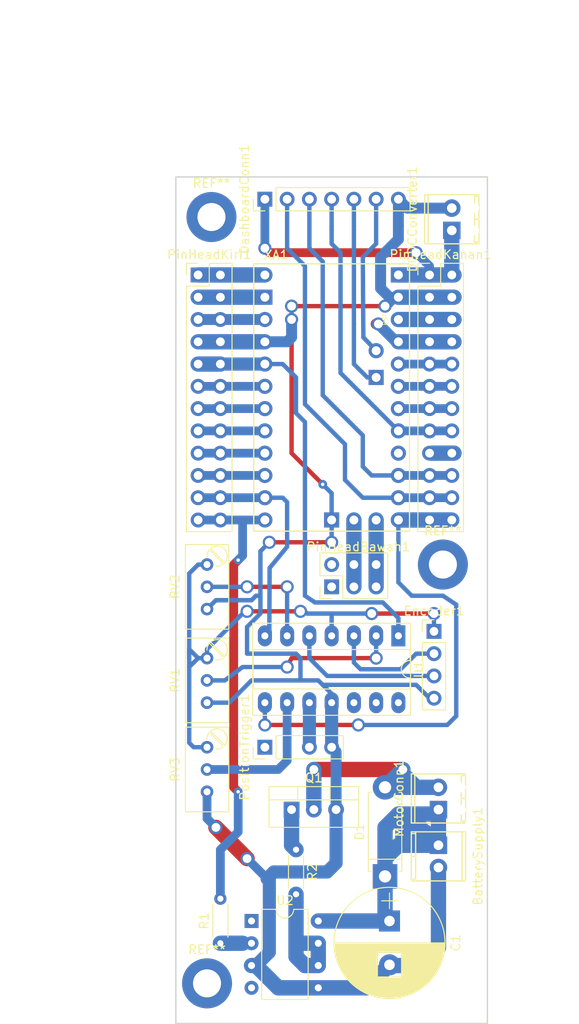
<source format=kicad_pcb>
(kicad_pcb (version 4) (host pcbnew 4.0.7)

  (general
    (links 100)
    (no_connects 17)
    (area 120.769333 45.149714 177.803143 161.897)
    (thickness 1.6)
    (drawings 28)
    (tracks 306)
    (zones 0)
    (modules 23)
    (nets 43)
  )

  (page A4)
  (title_block
    (title "Gowin Controller")
    (company "UASC Manufacturing X Gowin")
    (comment 1 "Designed By Muhammad Zharfan Wiranata")
  )

  (layers
    (0 F.Cu signal)
    (1 In1.Cu signal)
    (2 In2.Cu signal)
    (31 B.Cu signal)
    (32 B.Adhes user)
    (33 F.Adhes user)
    (34 B.Paste user)
    (35 F.Paste user)
    (36 B.SilkS user)
    (37 F.SilkS user)
    (38 B.Mask user)
    (39 F.Mask user)
    (40 Dwgs.User user)
    (41 Cmts.User user)
    (42 Eco1.User user)
    (43 Eco2.User user)
    (44 Edge.Cuts user)
    (45 Margin user)
    (46 B.CrtYd user)
    (47 F.CrtYd user)
    (48 B.Fab user)
    (49 F.Fab user)
  )

  (setup
    (last_trace_width 0.25)
    (user_trace_width 0.25)
    (user_trace_width 0.5)
    (user_trace_width 1)
    (user_trace_width 1.25)
    (user_trace_width 1.5)
    (user_trace_width 1.75)
    (trace_clearance 0.2)
    (zone_clearance 0.508)
    (zone_45_only yes)
    (trace_min 0.2)
    (segment_width 0.2)
    (edge_width 0.15)
    (via_size 0.6)
    (via_drill 0.4)
    (via_min_size 0.4)
    (via_min_drill 0.3)
    (user_via 1.5 1)
    (blind_buried_vias_allowed yes)
    (uvia_size 0.3)
    (uvia_drill 0.1)
    (uvias_allowed yes)
    (uvia_min_size 0.2)
    (uvia_min_drill 0.1)
    (pcb_text_width 0.3)
    (pcb_text_size 1.5 1.5)
    (mod_edge_width 0.15)
    (mod_text_size 1 1)
    (mod_text_width 0.15)
    (pad_size 1.7272 1.7272)
    (pad_drill 1.016)
    (pad_to_mask_clearance 0.2)
    (aux_axis_origin 0 0)
    (visible_elements 7FFCFFF7)
    (pcbplotparams
      (layerselection 0x00030_80000001)
      (usegerberextensions false)
      (excludeedgelayer true)
      (linewidth 0.100000)
      (plotframeref false)
      (viasonmask false)
      (mode 1)
      (useauxorigin false)
      (hpglpennumber 1)
      (hpglpenspeed 20)
      (hpglpendiameter 15)
      (hpglpenoverlay 2)
      (psnegative false)
      (psa4output false)
      (plotreference true)
      (plotvalue true)
      (plotinvisibletext false)
      (padsonsilk false)
      (subtractmaskfromsilk false)
      (outputformat 1)
      (mirror false)
      (drillshape 1)
      (scaleselection 1)
      (outputdirectory "PCB Manufacturing File/"))
  )

  (net 0 "")
  (net 1 +BATT)
  (net 2 /Controller/MOTOR-)
  (net 3 +VDC)
  (net 4 /Controller/Button_User_1_IN)
  (net 5 /Controller/Button_User_2_IN)
  (net 6 /Controller/Button_User_3_IN)
  (net 7 /Controller/LCD_SDA)
  (net 8 /Controller/LCD_SCL)
  (net 9 +5V)
  (net 10 /Controller/Encoder_Tick)
  (net 11 /Controller/Encoder_Dir)
  (net 12 /Controller/PositionTrigger_5V)
  (net 13 /Controller/PositionTrigger)
  (net 14 "Net-(R1-Pad1)")
  (net 15 /Controller/MotorPWM_OUT)
  (net 16 "Net-(Q1-Pad1)")
  (net 17 "Net-(R2-Pad2)")
  (net 18 "Net-(RV1-Pad2)")
  (net 19 "Net-(RV2-Pad2)")
  (net 20 "Net-(RV3-Pad2)")
  (net 21 /Controller/ENCODER_IN_Tick)
  (net 22 /Controller/PositionTrigger_IN)
  (net 23 /Controller/ENCODER_IN_Dir)
  (net 24 "Net-(U2-Pad1)")
  (net 25 "Net-(U2-Pad4)")
  (net 26 /Controller/A1)
  (net 27 /Controller/A2)
  (net 28 /Controller/A3)
  (net 29 /Controller/A6)
  (net 30 /Controller/A7)
  (net 31 /Controller/D3)
  (net 32 /Controller/D4)
  (net 33 /Controller/D5)
  (net 34 /Controller/D6)
  (net 35 /Controller/D7)
  (net 36 "Net-(PinHeadBawah1-Pad1)")
  (net 37 "Net-(PinHeadBawah1-Pad2)")
  (net 38 "Net-(PinHeadKanan1-Pad17)")
  (net 39 GND)
  (net 40 /Controller/Reset)
  (net 41 /Controller/TXO)
  (net 42 /Controller/RXI)

  (net_class Default "This is the default net class."
    (clearance 0.2)
    (trace_width 0.25)
    (via_dia 0.6)
    (via_drill 0.4)
    (uvia_dia 0.3)
    (uvia_drill 0.1)
    (add_net /Controller/RXI)
    (add_net /Controller/Reset)
    (add_net /Controller/TXO)
    (add_net GND)
    (add_net "Net-(PinHeadBawah1-Pad1)")
    (add_net "Net-(PinHeadBawah1-Pad2)")
    (add_net "Net-(PinHeadKanan1-Pad17)")
  )

  (net_class "PEJ Min" ""
    (clearance 0.2)
    (trace_width 0.45)
    (via_dia 1.5)
    (via_drill 1)
    (uvia_dia 0.3)
    (uvia_drill 0.1)
    (add_net +5V)
    (add_net +BATT)
    (add_net +VDC)
    (add_net /Controller/A1)
    (add_net /Controller/A2)
    (add_net /Controller/A3)
    (add_net /Controller/A6)
    (add_net /Controller/A7)
    (add_net /Controller/Button_User_1_IN)
    (add_net /Controller/Button_User_2_IN)
    (add_net /Controller/Button_User_3_IN)
    (add_net /Controller/D3)
    (add_net /Controller/D4)
    (add_net /Controller/D5)
    (add_net /Controller/D6)
    (add_net /Controller/D7)
    (add_net /Controller/ENCODER_IN_Dir)
    (add_net /Controller/ENCODER_IN_Tick)
    (add_net /Controller/Encoder_Dir)
    (add_net /Controller/Encoder_Tick)
    (add_net /Controller/LCD_SCL)
    (add_net /Controller/LCD_SDA)
    (add_net /Controller/MOTOR-)
    (add_net /Controller/MotorPWM_OUT)
    (add_net /Controller/PositionTrigger)
    (add_net /Controller/PositionTrigger_5V)
    (add_net /Controller/PositionTrigger_IN)
    (add_net "Net-(Q1-Pad1)")
    (add_net "Net-(R1-Pad1)")
    (add_net "Net-(R2-Pad2)")
    (add_net "Net-(RV1-Pad2)")
    (add_net "Net-(RV2-Pad2)")
    (add_net "Net-(RV3-Pad2)")
    (add_net "Net-(U2-Pad1)")
    (add_net "Net-(U2-Pad4)")
  )

  (module Arduino:Arduino_Mini_Socket (layer F.Cu) (tedit 5D942F09) (tstamp 5D92EAC0)
    (at 140.97 105.41)
    (descr https://store.arduino.cc/arduino-mini-05)
    (path /5D918BCA/5D918FA8)
    (fp_text reference XA1 (at 2.54 -31.496) (layer F.SilkS)
      (effects (font (size 1 1) (thickness 0.15)))
    )
    (fp_text value Arduino_Mini_01_Socket (at 8.89 -15.24 90) (layer F.Fab)
      (effects (font (size 1 1) (thickness 0.15)))
    )
    (fp_line (start -0.254 0.254) (end -0.254 -30.734) (layer F.CrtYd) (width 0.15))
    (fp_line (start -0.254 -30.734) (end 18.034 -30.734) (layer F.CrtYd) (width 0.15))
    (fp_line (start 18.034 -30.734) (end 18.034 0.254) (layer F.CrtYd) (width 0.15))
    (fp_line (start 18.034 0.254) (end -0.254 0.254) (layer F.CrtYd) (width 0.15))
    (fp_text user RST (at 14.986 -24.13 90) (layer F.SilkS)
      (effects (font (size 0.5 0.5) (thickness 0.075)))
    )
    (fp_line (start 0 0) (end 0 -30.48) (layer F.SilkS) (width 0.15))
    (fp_line (start 0 -30.48) (end 17.78 -30.48) (layer F.SilkS) (width 0.15))
    (fp_line (start 17.78 -30.48) (end 17.78 0) (layer F.SilkS) (width 0.15))
    (fp_line (start 17.78 0) (end 0 0) (layer F.SilkS) (width 0.15))
    (pad RST2 thru_hole circle (at 1.27 -24.13) (size 1.7272 1.7272) (drill 1.016) (layers *.Cu *.Mask)
      (net 40 /Controller/Reset))
    (pad D11 thru_hole circle (at 16.51 -3.81) (size 1.7272 1.7272) (drill 1.016) (layers *.Cu *.Mask)
      (net 4 /Controller/Button_User_1_IN))
    (pad D12 thru_hole circle (at 16.51 -6.35) (size 1.7272 1.7272) (drill 1.016) (layers *.Cu *.Mask)
      (net 5 /Controller/Button_User_2_IN))
    (pad D13 thru_hole circle (at 16.51 -8.89) (size 1.7272 1.7272) (drill 1.016) (layers *.Cu *.Mask)
      (net 6 /Controller/Button_User_3_IN))
    (pad A0 thru_hole circle (at 16.51 -11.43) (size 1.7272 1.7272) (drill 1.016) (layers *.Cu *.Mask)
      (net 6 /Controller/Button_User_3_IN))
    (pad A1 thru_hole circle (at 16.51 -13.97) (size 1.7272 1.7272) (drill 1.016) (layers *.Cu *.Mask)
      (net 26 /Controller/A1))
    (pad A2 thru_hole circle (at 16.51 -16.51) (size 1.7272 1.7272) (drill 1.016) (layers *.Cu *.Mask)
      (net 27 /Controller/A2))
    (pad A3 thru_hole circle (at 16.51 -19.05) (size 1.7272 1.7272) (drill 1.016) (layers *.Cu *.Mask)
      (net 28 /Controller/A3))
    (pad 5V1 thru_hole circle (at 16.51 -21.59) (size 1.7272 1.7272) (drill 1.016) (layers *.Cu *.Mask)
      (net 9 +5V))
    (pad RST2 thru_hole circle (at 16.51 -24.13) (size 1.7272 1.7272) (drill 1.016) (layers *.Cu *.Mask)
      (net 40 /Controller/Reset))
    (pad GND2 thru_hole circle (at 16.51 -26.67) (size 1.7272 1.7272) (drill 1.016) (layers *.Cu *.Mask)
      (net 39 GND))
    (pad VIN thru_hole rect (at 16.51 -29.21) (size 1.7272 1.7272) (drill 1.016) (layers *.Cu *.Mask)
      (net 3 +VDC))
    (pad D10 thru_hole circle (at 16.51 -1.27) (size 1.7272 1.7272) (drill 1.016) (layers *.Cu *.Mask)
      (net 22 /Controller/PositionTrigger_IN))
    (pad GND4 thru_hole rect (at 8.89 -1.27) (size 1.7272 1.7272) (drill 1.016) (layers *.Cu *.Mask)
      (net 39 GND))
    (pad A6 thru_hole circle (at 11.43 -1.27) (size 1.7272 1.7272) (drill 1.016) (layers *.Cu *.Mask)
      (net 29 /Controller/A6))
    (pad A7 thru_hole circle (at 13.97 -1.27) (size 1.7272 1.7272) (drill 1.016) (layers *.Cu *.Mask)
      (net 30 /Controller/A7))
    (pad A5 thru_hole circle (at 13.97 -20.574) (size 1.7272 1.7272) (drill 1.016) (layers *.Cu *.Mask)
      (net 8 /Controller/LCD_SCL))
    (pad D1 thru_hole rect (at 1.27 -26.67) (size 1.7272 1.7272) (drill 1.016) (layers *.Cu *.Mask)
      (net 42 /Controller/RXI))
    (pad D0 thru_hole circle (at 1.27 -29.21) (size 1.7272 1.7272) (drill 1.016) (layers *.Cu *.Mask)
      (net 41 /Controller/TXO))
    (pad L0 thru_hole circle (at 1.27 -21.59) (size 1.7272 1.7272) (drill 1.016) (layers *.Cu *.Mask)
      (net 39 GND))
    (pad D2 thru_hole circle (at 1.27 -19.05) (size 1.7272 1.7272) (drill 1.016) (layers *.Cu *.Mask)
      (net 21 /Controller/ENCODER_IN_Tick))
    (pad D3 thru_hole circle (at 1.27 -16.51) (size 1.7272 1.7272) (drill 1.016) (layers *.Cu *.Mask)
      (net 31 /Controller/D3))
    (pad D4 thru_hole circle (at 1.27 -13.97) (size 1.7272 1.7272) (drill 1.016) (layers *.Cu *.Mask)
      (net 32 /Controller/D4))
    (pad D5 thru_hole circle (at 1.27 -11.43) (size 1.7272 1.7272) (drill 1.016) (layers *.Cu *.Mask)
      (net 33 /Controller/D5))
    (pad D6 thru_hole circle (at 1.27 -8.89) (size 1.7272 1.7272) (drill 1.016) (layers *.Cu *.Mask)
      (net 34 /Controller/D6))
    (pad D7 thru_hole circle (at 1.27 -6.35) (size 1.7272 1.7272) (drill 1.016) (layers *.Cu *.Mask)
      (net 35 /Controller/D7))
    (pad D8 thru_hole circle (at 1.27 -3.81) (size 1.7272 1.7272) (drill 1.016) (layers *.Cu *.Mask)
      (net 23 /Controller/ENCODER_IN_Dir))
    (pad A4 thru_hole rect (at 13.97 -17.526) (size 1.7272 1.7272) (drill 1.016) (layers *.Cu *.Mask)
      (net 7 /Controller/LCD_SDA))
    (pad D9 thru_hole circle (at 1.27 -1.27) (size 1.7272 1.7272) (drill 1.016) (layers *.Cu *.Mask)
      (net 15 /Controller/MotorPWM_OUT))
  )

  (module Housings_DIP:DIP-8_W7.62mm (layer F.Cu) (tedit 59C78D6B) (tstamp 5D92EA99)
    (at 140.716 149.86)
    (descr "8-lead though-hole mounted DIP package, row spacing 7.62 mm (300 mils)")
    (tags "THT DIP DIL PDIP 2.54mm 7.62mm 300mil")
    (path /5D918BCA/5D920C95)
    (fp_text reference U2 (at 3.81 -2.33) (layer F.SilkS)
      (effects (font (size 1 1) (thickness 0.15)))
    )
    (fp_text value HCPL3120 (at 3.81 9.95) (layer F.Fab)
      (effects (font (size 1 1) (thickness 0.15)))
    )
    (fp_arc (start 3.81 -1.33) (end 2.81 -1.33) (angle -180) (layer F.SilkS) (width 0.12))
    (fp_line (start 1.635 -1.27) (end 6.985 -1.27) (layer F.Fab) (width 0.1))
    (fp_line (start 6.985 -1.27) (end 6.985 8.89) (layer F.Fab) (width 0.1))
    (fp_line (start 6.985 8.89) (end 0.635 8.89) (layer F.Fab) (width 0.1))
    (fp_line (start 0.635 8.89) (end 0.635 -0.27) (layer F.Fab) (width 0.1))
    (fp_line (start 0.635 -0.27) (end 1.635 -1.27) (layer F.Fab) (width 0.1))
    (fp_line (start 2.81 -1.33) (end 1.16 -1.33) (layer F.SilkS) (width 0.12))
    (fp_line (start 1.16 -1.33) (end 1.16 8.95) (layer F.SilkS) (width 0.12))
    (fp_line (start 1.16 8.95) (end 6.46 8.95) (layer F.SilkS) (width 0.12))
    (fp_line (start 6.46 8.95) (end 6.46 -1.33) (layer F.SilkS) (width 0.12))
    (fp_line (start 6.46 -1.33) (end 4.81 -1.33) (layer F.SilkS) (width 0.12))
    (fp_line (start -1.1 -1.55) (end -1.1 9.15) (layer F.CrtYd) (width 0.05))
    (fp_line (start -1.1 9.15) (end 8.7 9.15) (layer F.CrtYd) (width 0.05))
    (fp_line (start 8.7 9.15) (end 8.7 -1.55) (layer F.CrtYd) (width 0.05))
    (fp_line (start 8.7 -1.55) (end -1.1 -1.55) (layer F.CrtYd) (width 0.05))
    (fp_text user %R (at 3.81 3.81) (layer F.Fab)
      (effects (font (size 1 1) (thickness 0.15)))
    )
    (pad 1 thru_hole rect (at 0 0) (size 1.6 1.6) (drill 0.8) (layers *.Cu *.Mask)
      (net 24 "Net-(U2-Pad1)"))
    (pad 5 thru_hole oval (at 7.62 7.62) (size 1.6 1.6) (drill 0.8) (layers *.Cu *.Mask)
      (net 39 GND))
    (pad 2 thru_hole oval (at 0 2.54) (size 1.6 1.6) (drill 0.8) (layers *.Cu *.Mask)
      (net 14 "Net-(R1-Pad1)"))
    (pad 6 thru_hole oval (at 7.62 5.08) (size 1.6 1.6) (drill 0.8) (layers *.Cu *.Mask)
      (net 17 "Net-(R2-Pad2)"))
    (pad 3 thru_hole oval (at 0 5.08) (size 1.6 1.6) (drill 0.8) (layers *.Cu *.Mask)
      (net 39 GND))
    (pad 7 thru_hole oval (at 7.62 2.54) (size 1.6 1.6) (drill 0.8) (layers *.Cu *.Mask)
      (net 17 "Net-(R2-Pad2)"))
    (pad 4 thru_hole oval (at 0 7.62) (size 1.6 1.6) (drill 0.8) (layers *.Cu *.Mask)
      (net 25 "Net-(U2-Pad4)"))
    (pad 8 thru_hole oval (at 7.62 0) (size 1.6 1.6) (drill 0.8) (layers *.Cu *.Mask)
      (net 1 +BATT))
    (model ${KISYS3DMOD}/Housings_DIP.3dshapes/DIP-8_W7.62mm.wrl
      (at (xyz 0 0 0))
      (scale (xyz 1 1 1))
      (rotate (xyz 0 0 0))
    )
  )

  (module Diodes_THT:D_5W_P10.16mm_Horizontal (layer F.Cu) (tedit 5921392E) (tstamp 5D92EA2D)
    (at 155.956 144.78 90)
    (descr "D, 5W series, Axial, Horizontal, pin pitch=10.16mm, , length*diameter=8.9*3.7mm^2, , http://www.diodes.com/_files/packages/8686949.gif")
    (tags "D 5W series Axial Horizontal pin pitch 10.16mm  length 8.9mm diameter 3.7mm")
    (path /5D918BCA/5D92191A)
    (fp_text reference D1 (at 5.08 -2.91 90) (layer F.SilkS)
      (effects (font (size 1 1) (thickness 0.15)))
    )
    (fp_text value D (at 5.08 2.91 90) (layer F.Fab)
      (effects (font (size 1 1) (thickness 0.15)))
    )
    (fp_text user %R (at 5.08 0 90) (layer F.Fab)
      (effects (font (size 1 1) (thickness 0.15)))
    )
    (fp_line (start 0.63 -1.85) (end 0.63 1.85) (layer F.Fab) (width 0.1))
    (fp_line (start 0.63 1.85) (end 9.53 1.85) (layer F.Fab) (width 0.1))
    (fp_line (start 9.53 1.85) (end 9.53 -1.85) (layer F.Fab) (width 0.1))
    (fp_line (start 9.53 -1.85) (end 0.63 -1.85) (layer F.Fab) (width 0.1))
    (fp_line (start 0 0) (end 0.63 0) (layer F.Fab) (width 0.1))
    (fp_line (start 10.16 0) (end 9.53 0) (layer F.Fab) (width 0.1))
    (fp_line (start 1.965 -1.85) (end 1.965 1.85) (layer F.Fab) (width 0.1))
    (fp_line (start 0.57 -1.58) (end 0.57 -1.91) (layer F.SilkS) (width 0.12))
    (fp_line (start 0.57 -1.91) (end 9.59 -1.91) (layer F.SilkS) (width 0.12))
    (fp_line (start 9.59 -1.91) (end 9.59 -1.58) (layer F.SilkS) (width 0.12))
    (fp_line (start 0.57 1.58) (end 0.57 1.91) (layer F.SilkS) (width 0.12))
    (fp_line (start 0.57 1.91) (end 9.59 1.91) (layer F.SilkS) (width 0.12))
    (fp_line (start 9.59 1.91) (end 9.59 1.58) (layer F.SilkS) (width 0.12))
    (fp_line (start 1.965 -1.91) (end 1.965 1.91) (layer F.SilkS) (width 0.12))
    (fp_line (start -1.65 -2.2) (end -1.65 2.2) (layer F.CrtYd) (width 0.05))
    (fp_line (start -1.65 2.2) (end 11.85 2.2) (layer F.CrtYd) (width 0.05))
    (fp_line (start 11.85 2.2) (end 11.85 -2.2) (layer F.CrtYd) (width 0.05))
    (fp_line (start 11.85 -2.2) (end -1.65 -2.2) (layer F.CrtYd) (width 0.05))
    (pad 1 thru_hole rect (at 0 0 90) (size 2.8 2.8) (drill 1.4) (layers *.Cu *.Mask)
      (net 1 +BATT))
    (pad 2 thru_hole oval (at 10.16 0 90) (size 2.8 2.8) (drill 1.4) (layers *.Cu *.Mask)
      (net 2 /Controller/MOTOR-))
    (model ${KISYS3DMOD}/Diodes_THT.3dshapes/D_5W_P10.16mm_Horizontal.wrl
      (at (xyz 0 0 0))
      (scale (xyz 0.393701 0.393701 0.393701))
      (rotate (xyz 0 0 0))
    )
  )

  (module Pin_Headers:Pin_Header_Straight_1x07_Pitch2.54mm (layer F.Cu) (tedit 5D92FD14) (tstamp 5D92EA38)
    (at 142.24 67.564 90)
    (descr "Through hole straight pin header, 1x07, 2.54mm pitch, single row")
    (tags "Through hole pin header THT 1x07 2.54mm single row")
    (path /5D918BCA/5D918FB8)
    (fp_text reference DashboardConn1 (at 0 -2.33 90) (layer F.SilkS)
      (effects (font (size 1 1) (thickness 0.15)))
    )
    (fp_text value XH2.54_7p (at 0 17.57 90) (layer F.Fab) hide
      (effects (font (size 1 1) (thickness 0.15)))
    )
    (fp_line (start -0.635 -1.27) (end 1.27 -1.27) (layer F.Fab) (width 0.1))
    (fp_line (start 1.27 -1.27) (end 1.27 16.51) (layer F.Fab) (width 0.1))
    (fp_line (start 1.27 16.51) (end -1.27 16.51) (layer F.Fab) (width 0.1))
    (fp_line (start -1.27 16.51) (end -1.27 -0.635) (layer F.Fab) (width 0.1))
    (fp_line (start -1.27 -0.635) (end -0.635 -1.27) (layer F.Fab) (width 0.1))
    (fp_line (start -1.33 16.57) (end 1.33 16.57) (layer F.SilkS) (width 0.12))
    (fp_line (start -1.33 1.27) (end -1.33 16.57) (layer F.SilkS) (width 0.12))
    (fp_line (start 1.33 1.27) (end 1.33 16.57) (layer F.SilkS) (width 0.12))
    (fp_line (start -1.33 1.27) (end 1.33 1.27) (layer F.SilkS) (width 0.12))
    (fp_line (start -1.33 0) (end -1.33 -1.33) (layer F.SilkS) (width 0.12))
    (fp_line (start -1.33 -1.33) (end 0 -1.33) (layer F.SilkS) (width 0.12))
    (fp_line (start -1.8 -1.8) (end -1.8 17.05) (layer F.CrtYd) (width 0.05))
    (fp_line (start -1.8 17.05) (end 1.8 17.05) (layer F.CrtYd) (width 0.05))
    (fp_line (start 1.8 17.05) (end 1.8 -1.8) (layer F.CrtYd) (width 0.05))
    (fp_line (start 1.8 -1.8) (end -1.8 -1.8) (layer F.CrtYd) (width 0.05))
    (fp_text user %R (at -3.048 8.636 180) (layer F.Fab)
      (effects (font (size 1 1) (thickness 0.15)))
    )
    (pad 1 thru_hole rect (at 0 0 90) (size 1.7 1.7) (drill 1) (layers *.Cu *.Mask)
      (net 3 +VDC))
    (pad 2 thru_hole oval (at 0 2.54 90) (size 1.7 1.7) (drill 1) (layers *.Cu *.Mask)
      (net 4 /Controller/Button_User_1_IN))
    (pad 3 thru_hole oval (at 0 5.08 90) (size 1.7 1.7) (drill 1) (layers *.Cu *.Mask)
      (net 5 /Controller/Button_User_2_IN))
    (pad 4 thru_hole oval (at 0 7.62 90) (size 1.7 1.7) (drill 1) (layers *.Cu *.Mask)
      (net 6 /Controller/Button_User_3_IN))
    (pad 5 thru_hole oval (at 0 10.16 90) (size 1.7 1.7) (drill 1) (layers *.Cu *.Mask)
      (net 7 /Controller/LCD_SDA))
    (pad 6 thru_hole oval (at 0 12.7 90) (size 1.7 1.7) (drill 1) (layers *.Cu *.Mask)
      (net 8 /Controller/LCD_SCL))
    (pad 7 thru_hole oval (at 0 15.24 90) (size 1.7 1.7) (drill 1) (layers *.Cu *.Mask)
      (net 39 GND))
    (model ${KISYS3DMOD}/Pin_Headers.3dshapes/Pin_Header_Straight_1x07_Pitch2.54mm.wrl
      (at (xyz 0 0 0))
      (scale (xyz 1 1 1))
      (rotate (xyz 0 0 0))
    )
  )

  (module TerminalBlocks_Phoenix:TerminalBlock_Phoenix_MPT-2.54mm_2pol (layer F.Cu) (tedit 59FF0755) (tstamp 5D92EA5A)
    (at 162.052 137.16 90)
    (descr "2-way 2.54mm pitch terminal block, Phoenix MPT series")
    (path /5D918BCA/5D921D83)
    (fp_text reference MotorConn1 (at 1.27 -4.50088 90) (layer F.SilkS)
      (effects (font (size 1 1) (thickness 0.15)))
    )
    (fp_text value Conn_1x2 (at 1.27 4.50088 90) (layer F.Fab)
      (effects (font (size 1 1) (thickness 0.15)))
    )
    (fp_text user %R (at 1.27 1.045 90) (layer F.Fab)
      (effects (font (size 1 1) (thickness 0.15)))
    )
    (fp_line (start -1.7 -3.3) (end 4.3 -3.3) (layer F.CrtYd) (width 0.05))
    (fp_line (start -1.7 3.3) (end -1.7 -3.3) (layer F.CrtYd) (width 0.05))
    (fp_line (start 4.3 3.3) (end -1.7 3.3) (layer F.CrtYd) (width 0.05))
    (fp_line (start 4.3 -3.3) (end 4.3 3.3) (layer F.CrtYd) (width 0.05))
    (fp_line (start 4.06908 2.60096) (end -1.52908 2.60096) (layer F.SilkS) (width 0.15))
    (fp_line (start -1.33096 3.0988) (end -1.33096 2.60096) (layer F.SilkS) (width 0.15))
    (fp_line (start 3.87096 2.60096) (end 3.87096 3.0988) (layer F.SilkS) (width 0.15))
    (fp_line (start 1.27 3.0988) (end 1.27 2.60096) (layer F.SilkS) (width 0.15))
    (fp_line (start -1.52908 -2.70002) (end 4.06908 -2.70002) (layer F.SilkS) (width 0.15))
    (fp_line (start -1.52908 3.0988) (end 4.06908 3.0988) (layer F.SilkS) (width 0.15))
    (fp_line (start 4.06908 3.0988) (end 4.06908 -3.0988) (layer F.SilkS) (width 0.15))
    (fp_line (start 4.06908 -3.0988) (end -1.52908 -3.0988) (layer F.SilkS) (width 0.15))
    (fp_line (start -1.52908 -3.0988) (end -1.52908 3.0988) (layer F.SilkS) (width 0.15))
    (pad 2 thru_hole oval (at 2.54 0 90) (size 1.99898 1.99898) (drill 1.09728) (layers *.Cu *.Mask)
      (net 2 /Controller/MOTOR-))
    (pad 1 thru_hole rect (at 0 0 90) (size 1.99898 1.99898) (drill 1.09728) (layers *.Cu *.Mask)
      (net 1 +BATT))
    (pad "" np_thru_hole circle (at 0 2.54 90) (size 1.1 1.1) (drill 1.1) (layers *.Cu *.Mask))
    (pad "" np_thru_hole circle (at 2.54 2.54 90) (size 1.1 1.1) (drill 1.1) (layers *.Cu *.Mask))
    (model ${KISYS3DMOD}/TerminalBlock_Phoenix.3dshapes/TerminalBlock_Phoenix_MPT-2.54mm_2pol.wrl
      (at (xyz 0.05 0 0))
      (scale (xyz 1 1 1))
      (rotate (xyz 0 0 0))
    )
  )

  (module Resistors_THT:R_Axial_DIN0204_L3.6mm_D1.6mm_P5.08mm_Horizontal (layer F.Cu) (tedit 5874F706) (tstamp 5D92EA60)
    (at 137.16 152.4 90)
    (descr "Resistor, Axial_DIN0204 series, Axial, Horizontal, pin pitch=5.08mm, 0.16666666666666666W = 1/6W, length*diameter=3.6*1.6mm^2, http://cdn-reichelt.de/documents/datenblatt/B400/1_4W%23YAG.pdf")
    (tags "Resistor Axial_DIN0204 series Axial Horizontal pin pitch 5.08mm 0.16666666666666666W = 1/6W length 3.6mm diameter 1.6mm")
    (path /5D918BCA/5D92424D)
    (fp_text reference R1 (at 2.54 -1.86 90) (layer F.SilkS)
      (effects (font (size 1 1) (thickness 0.15)))
    )
    (fp_text value R (at 2.54 1.86 90) (layer F.Fab)
      (effects (font (size 1 1) (thickness 0.15)))
    )
    (fp_line (start 0.74 -0.8) (end 0.74 0.8) (layer F.Fab) (width 0.1))
    (fp_line (start 0.74 0.8) (end 4.34 0.8) (layer F.Fab) (width 0.1))
    (fp_line (start 4.34 0.8) (end 4.34 -0.8) (layer F.Fab) (width 0.1))
    (fp_line (start 4.34 -0.8) (end 0.74 -0.8) (layer F.Fab) (width 0.1))
    (fp_line (start 0 0) (end 0.74 0) (layer F.Fab) (width 0.1))
    (fp_line (start 5.08 0) (end 4.34 0) (layer F.Fab) (width 0.1))
    (fp_line (start 0.68 -0.86) (end 4.4 -0.86) (layer F.SilkS) (width 0.12))
    (fp_line (start 0.68 0.86) (end 4.4 0.86) (layer F.SilkS) (width 0.12))
    (fp_line (start -0.95 -1.15) (end -0.95 1.15) (layer F.CrtYd) (width 0.05))
    (fp_line (start -0.95 1.15) (end 6.05 1.15) (layer F.CrtYd) (width 0.05))
    (fp_line (start 6.05 1.15) (end 6.05 -1.15) (layer F.CrtYd) (width 0.05))
    (fp_line (start 6.05 -1.15) (end -0.95 -1.15) (layer F.CrtYd) (width 0.05))
    (pad 1 thru_hole circle (at 0 0 90) (size 1.4 1.4) (drill 0.7) (layers *.Cu *.Mask)
      (net 14 "Net-(R1-Pad1)"))
    (pad 2 thru_hole oval (at 5.08 0 90) (size 1.4 1.4) (drill 0.7) (layers *.Cu *.Mask)
      (net 15 /Controller/MotorPWM_OUT))
    (model ${KISYS3DMOD}/Resistors_THT.3dshapes/R_Axial_DIN0204_L3.6mm_D1.6mm_P5.08mm_Horizontal.wrl
      (at (xyz 0 0 0))
      (scale (xyz 0.393701 0.393701 0.393701))
      (rotate (xyz 0 0 0))
    )
  )

  (module Resistors_THT:R_Axial_DIN0204_L3.6mm_D1.6mm_P5.08mm_Horizontal (layer F.Cu) (tedit 5874F706) (tstamp 5D92EA66)
    (at 145.796 141.732 270)
    (descr "Resistor, Axial_DIN0204 series, Axial, Horizontal, pin pitch=5.08mm, 0.16666666666666666W = 1/6W, length*diameter=3.6*1.6mm^2, http://cdn-reichelt.de/documents/datenblatt/B400/1_4W%23YAG.pdf")
    (tags "Resistor Axial_DIN0204 series Axial Horizontal pin pitch 5.08mm 0.16666666666666666W = 1/6W length 3.6mm diameter 1.6mm")
    (path /5D918BCA/5D9226FE)
    (fp_text reference R2 (at 2.54 -1.86 270) (layer F.SilkS)
      (effects (font (size 1 1) (thickness 0.15)))
    )
    (fp_text value R (at 2.54 1.86 270) (layer F.Fab)
      (effects (font (size 1 1) (thickness 0.15)))
    )
    (fp_line (start 0.74 -0.8) (end 0.74 0.8) (layer F.Fab) (width 0.1))
    (fp_line (start 0.74 0.8) (end 4.34 0.8) (layer F.Fab) (width 0.1))
    (fp_line (start 4.34 0.8) (end 4.34 -0.8) (layer F.Fab) (width 0.1))
    (fp_line (start 4.34 -0.8) (end 0.74 -0.8) (layer F.Fab) (width 0.1))
    (fp_line (start 0 0) (end 0.74 0) (layer F.Fab) (width 0.1))
    (fp_line (start 5.08 0) (end 4.34 0) (layer F.Fab) (width 0.1))
    (fp_line (start 0.68 -0.86) (end 4.4 -0.86) (layer F.SilkS) (width 0.12))
    (fp_line (start 0.68 0.86) (end 4.4 0.86) (layer F.SilkS) (width 0.12))
    (fp_line (start -0.95 -1.15) (end -0.95 1.15) (layer F.CrtYd) (width 0.05))
    (fp_line (start -0.95 1.15) (end 6.05 1.15) (layer F.CrtYd) (width 0.05))
    (fp_line (start 6.05 1.15) (end 6.05 -1.15) (layer F.CrtYd) (width 0.05))
    (fp_line (start 6.05 -1.15) (end -0.95 -1.15) (layer F.CrtYd) (width 0.05))
    (pad 1 thru_hole circle (at 0 0 270) (size 1.4 1.4) (drill 0.7) (layers *.Cu *.Mask)
      (net 16 "Net-(Q1-Pad1)"))
    (pad 2 thru_hole oval (at 5.08 0 270) (size 1.4 1.4) (drill 0.7) (layers *.Cu *.Mask)
      (net 17 "Net-(R2-Pad2)"))
    (model ${KISYS3DMOD}/Resistors_THT.3dshapes/R_Axial_DIN0204_L3.6mm_D1.6mm_P5.08mm_Horizontal.wrl
      (at (xyz 0 0 0))
      (scale (xyz 0.393701 0.393701 0.393701))
      (rotate (xyz 0 0 0))
    )
  )

  (module Potentiometers:Potentiometer_Trimmer_Bourns_3296W (layer F.Cu) (tedit 58826ECB) (tstamp 5D92EA6D)
    (at 135.636 119.888 90)
    (descr "Spindle Trimmer Potentiometer, Bourns 3296W, https://www.bourns.com/pdfs/3296.pdf")
    (tags "Spindle Trimmer Potentiometer   Bourns 3296W")
    (path /5D918BCA/5D918FA1)
    (fp_text reference RV1 (at -2.54 -3.66 90) (layer F.SilkS)
      (effects (font (size 1 1) (thickness 0.15)))
    )
    (fp_text value POT_TRIM (at -2.54 3.67 90) (layer F.Fab)
      (effects (font (size 1 1) (thickness 0.15)))
    )
    (fp_arc (start 0.955 1.15) (end 0.955 2.305) (angle -182) (layer F.SilkS) (width 0.12))
    (fp_arc (start 0.955 1.15) (end -0.174 0.91) (angle -103) (layer F.SilkS) (width 0.12))
    (fp_circle (center 0.955 1.15) (end 2.05 1.15) (layer F.Fab) (width 0.1))
    (fp_line (start -7.305 -2.41) (end -7.305 2.42) (layer F.Fab) (width 0.1))
    (fp_line (start -7.305 2.42) (end 2.225 2.42) (layer F.Fab) (width 0.1))
    (fp_line (start 2.225 2.42) (end 2.225 -2.41) (layer F.Fab) (width 0.1))
    (fp_line (start 2.225 -2.41) (end -7.305 -2.41) (layer F.Fab) (width 0.1))
    (fp_line (start 1.786 0.454) (end 0.259 1.981) (layer F.Fab) (width 0.1))
    (fp_line (start 1.652 0.32) (end 0.125 1.847) (layer F.Fab) (width 0.1))
    (fp_line (start -7.365 -2.47) (end 2.285 -2.47) (layer F.SilkS) (width 0.12))
    (fp_line (start -7.365 2.481) (end 2.285 2.481) (layer F.SilkS) (width 0.12))
    (fp_line (start -7.365 -2.47) (end -7.365 2.481) (layer F.SilkS) (width 0.12))
    (fp_line (start 2.285 -2.47) (end 2.285 2.481) (layer F.SilkS) (width 0.12))
    (fp_line (start 1.831 0.416) (end 0.22 2.026) (layer F.SilkS) (width 0.12))
    (fp_line (start 1.691 0.275) (end 0.079 1.885) (layer F.SilkS) (width 0.12))
    (fp_line (start -7.6 -2.7) (end -7.6 2.7) (layer F.CrtYd) (width 0.05))
    (fp_line (start -7.6 2.7) (end 2.5 2.7) (layer F.CrtYd) (width 0.05))
    (fp_line (start 2.5 2.7) (end 2.5 -2.7) (layer F.CrtYd) (width 0.05))
    (fp_line (start 2.5 -2.7) (end -7.6 -2.7) (layer F.CrtYd) (width 0.05))
    (pad 1 thru_hole circle (at 0 0 90) (size 1.44 1.44) (drill 0.8) (layers *.Cu *.Mask)
      (net 9 +5V))
    (pad 2 thru_hole circle (at -2.54 0 90) (size 1.44 1.44) (drill 0.8) (layers *.Cu *.Mask)
      (net 18 "Net-(RV1-Pad2)"))
    (pad 3 thru_hole circle (at -5.08 0 90) (size 1.44 1.44) (drill 0.8) (layers *.Cu *.Mask)
      (net 39 GND))
    (model Potentiometers.3dshapes/Potentiometer_Trimmer_Bourns_3296W.wrl
      (at (xyz 0 0 0))
      (scale (xyz 1 1 1))
      (rotate (xyz 0 0 -90))
    )
  )

  (module Potentiometers:Potentiometer_Trimmer_Bourns_3296W (layer F.Cu) (tedit 58826ECB) (tstamp 5D92EA74)
    (at 135.636 109.22 90)
    (descr "Spindle Trimmer Potentiometer, Bourns 3296W, https://www.bourns.com/pdfs/3296.pdf")
    (tags "Spindle Trimmer Potentiometer   Bourns 3296W")
    (path /5D918BCA/5D918F95)
    (fp_text reference RV2 (at -2.54 -3.66 90) (layer F.SilkS)
      (effects (font (size 1 1) (thickness 0.15)))
    )
    (fp_text value POT_TRIM (at -2.54 3.67 90) (layer F.Fab)
      (effects (font (size 1 1) (thickness 0.15)))
    )
    (fp_arc (start 0.955 1.15) (end 0.955 2.305) (angle -182) (layer F.SilkS) (width 0.12))
    (fp_arc (start 0.955 1.15) (end -0.174 0.91) (angle -103) (layer F.SilkS) (width 0.12))
    (fp_circle (center 0.955 1.15) (end 2.05 1.15) (layer F.Fab) (width 0.1))
    (fp_line (start -7.305 -2.41) (end -7.305 2.42) (layer F.Fab) (width 0.1))
    (fp_line (start -7.305 2.42) (end 2.225 2.42) (layer F.Fab) (width 0.1))
    (fp_line (start 2.225 2.42) (end 2.225 -2.41) (layer F.Fab) (width 0.1))
    (fp_line (start 2.225 -2.41) (end -7.305 -2.41) (layer F.Fab) (width 0.1))
    (fp_line (start 1.786 0.454) (end 0.259 1.981) (layer F.Fab) (width 0.1))
    (fp_line (start 1.652 0.32) (end 0.125 1.847) (layer F.Fab) (width 0.1))
    (fp_line (start -7.365 -2.47) (end 2.285 -2.47) (layer F.SilkS) (width 0.12))
    (fp_line (start -7.365 2.481) (end 2.285 2.481) (layer F.SilkS) (width 0.12))
    (fp_line (start -7.365 -2.47) (end -7.365 2.481) (layer F.SilkS) (width 0.12))
    (fp_line (start 2.285 -2.47) (end 2.285 2.481) (layer F.SilkS) (width 0.12))
    (fp_line (start 1.831 0.416) (end 0.22 2.026) (layer F.SilkS) (width 0.12))
    (fp_line (start 1.691 0.275) (end 0.079 1.885) (layer F.SilkS) (width 0.12))
    (fp_line (start -7.6 -2.7) (end -7.6 2.7) (layer F.CrtYd) (width 0.05))
    (fp_line (start -7.6 2.7) (end 2.5 2.7) (layer F.CrtYd) (width 0.05))
    (fp_line (start 2.5 2.7) (end 2.5 -2.7) (layer F.CrtYd) (width 0.05))
    (fp_line (start 2.5 -2.7) (end -7.6 -2.7) (layer F.CrtYd) (width 0.05))
    (pad 1 thru_hole circle (at 0 0 90) (size 1.44 1.44) (drill 0.8) (layers *.Cu *.Mask)
      (net 9 +5V))
    (pad 2 thru_hole circle (at -2.54 0 90) (size 1.44 1.44) (drill 0.8) (layers *.Cu *.Mask)
      (net 19 "Net-(RV2-Pad2)"))
    (pad 3 thru_hole circle (at -5.08 0 90) (size 1.44 1.44) (drill 0.8) (layers *.Cu *.Mask)
      (net 39 GND))
    (model Potentiometers.3dshapes/Potentiometer_Trimmer_Bourns_3296W.wrl
      (at (xyz 0 0 0))
      (scale (xyz 1 1 1))
      (rotate (xyz 0 0 -90))
    )
  )

  (module Potentiometers:Potentiometer_Trimmer_Bourns_3296W (layer F.Cu) (tedit 58826ECB) (tstamp 5D92EA7B)
    (at 135.636 130.048 90)
    (descr "Spindle Trimmer Potentiometer, Bourns 3296W, https://www.bourns.com/pdfs/3296.pdf")
    (tags "Spindle Trimmer Potentiometer   Bourns 3296W")
    (path /5D918BCA/5D918F96)
    (fp_text reference RV3 (at -2.54 -3.66 90) (layer F.SilkS)
      (effects (font (size 1 1) (thickness 0.15)))
    )
    (fp_text value POT_TRIM (at -2.54 3.67 90) (layer F.Fab)
      (effects (font (size 1 1) (thickness 0.15)))
    )
    (fp_arc (start 0.955 1.15) (end 0.955 2.305) (angle -182) (layer F.SilkS) (width 0.12))
    (fp_arc (start 0.955 1.15) (end -0.174 0.91) (angle -103) (layer F.SilkS) (width 0.12))
    (fp_circle (center 0.955 1.15) (end 2.05 1.15) (layer F.Fab) (width 0.1))
    (fp_line (start -7.305 -2.41) (end -7.305 2.42) (layer F.Fab) (width 0.1))
    (fp_line (start -7.305 2.42) (end 2.225 2.42) (layer F.Fab) (width 0.1))
    (fp_line (start 2.225 2.42) (end 2.225 -2.41) (layer F.Fab) (width 0.1))
    (fp_line (start 2.225 -2.41) (end -7.305 -2.41) (layer F.Fab) (width 0.1))
    (fp_line (start 1.786 0.454) (end 0.259 1.981) (layer F.Fab) (width 0.1))
    (fp_line (start 1.652 0.32) (end 0.125 1.847) (layer F.Fab) (width 0.1))
    (fp_line (start -7.365 -2.47) (end 2.285 -2.47) (layer F.SilkS) (width 0.12))
    (fp_line (start -7.365 2.481) (end 2.285 2.481) (layer F.SilkS) (width 0.12))
    (fp_line (start -7.365 -2.47) (end -7.365 2.481) (layer F.SilkS) (width 0.12))
    (fp_line (start 2.285 -2.47) (end 2.285 2.481) (layer F.SilkS) (width 0.12))
    (fp_line (start 1.831 0.416) (end 0.22 2.026) (layer F.SilkS) (width 0.12))
    (fp_line (start 1.691 0.275) (end 0.079 1.885) (layer F.SilkS) (width 0.12))
    (fp_line (start -7.6 -2.7) (end -7.6 2.7) (layer F.CrtYd) (width 0.05))
    (fp_line (start -7.6 2.7) (end 2.5 2.7) (layer F.CrtYd) (width 0.05))
    (fp_line (start 2.5 2.7) (end 2.5 -2.7) (layer F.CrtYd) (width 0.05))
    (fp_line (start 2.5 -2.7) (end -7.6 -2.7) (layer F.CrtYd) (width 0.05))
    (pad 1 thru_hole circle (at 0 0 90) (size 1.44 1.44) (drill 0.8) (layers *.Cu *.Mask)
      (net 9 +5V))
    (pad 2 thru_hole circle (at -2.54 0 90) (size 1.44 1.44) (drill 0.8) (layers *.Cu *.Mask)
      (net 20 "Net-(RV3-Pad2)"))
    (pad 3 thru_hole circle (at -5.08 0 90) (size 1.44 1.44) (drill 0.8) (layers *.Cu *.Mask)
      (net 39 GND))
    (model Potentiometers.3dshapes/Potentiometer_Trimmer_Bourns_3296W.wrl
      (at (xyz 0 0 0))
      (scale (xyz 1 1 1))
      (rotate (xyz 0 0 -90))
    )
  )

  (module Housings_DIP:DIP-14_W7.62mm_Socket_LongPads (layer F.Cu) (tedit 59C78D6B) (tstamp 5D92EA8D)
    (at 157.48 117.348 270)
    (descr "14-lead though-hole mounted DIP package, row spacing 7.62 mm (300 mils), Socket, LongPads")
    (tags "THT DIP DIL PDIP 2.54mm 7.62mm 300mil Socket LongPads")
    (path /5D918BCA/5D918F92)
    (fp_text reference U1 (at 3.81 -2.33 270) (layer F.SilkS)
      (effects (font (size 1 1) (thickness 0.15)))
    )
    (fp_text value LM324 (at 3.81 17.57 270) (layer F.Fab)
      (effects (font (size 1 1) (thickness 0.15)))
    )
    (fp_arc (start 3.81 -1.33) (end 2.81 -1.33) (angle -180) (layer F.SilkS) (width 0.12))
    (fp_line (start 1.635 -1.27) (end 6.985 -1.27) (layer F.Fab) (width 0.1))
    (fp_line (start 6.985 -1.27) (end 6.985 16.51) (layer F.Fab) (width 0.1))
    (fp_line (start 6.985 16.51) (end 0.635 16.51) (layer F.Fab) (width 0.1))
    (fp_line (start 0.635 16.51) (end 0.635 -0.27) (layer F.Fab) (width 0.1))
    (fp_line (start 0.635 -0.27) (end 1.635 -1.27) (layer F.Fab) (width 0.1))
    (fp_line (start -1.27 -1.33) (end -1.27 16.57) (layer F.Fab) (width 0.1))
    (fp_line (start -1.27 16.57) (end 8.89 16.57) (layer F.Fab) (width 0.1))
    (fp_line (start 8.89 16.57) (end 8.89 -1.33) (layer F.Fab) (width 0.1))
    (fp_line (start 8.89 -1.33) (end -1.27 -1.33) (layer F.Fab) (width 0.1))
    (fp_line (start 2.81 -1.33) (end 1.56 -1.33) (layer F.SilkS) (width 0.12))
    (fp_line (start 1.56 -1.33) (end 1.56 16.57) (layer F.SilkS) (width 0.12))
    (fp_line (start 1.56 16.57) (end 6.06 16.57) (layer F.SilkS) (width 0.12))
    (fp_line (start 6.06 16.57) (end 6.06 -1.33) (layer F.SilkS) (width 0.12))
    (fp_line (start 6.06 -1.33) (end 4.81 -1.33) (layer F.SilkS) (width 0.12))
    (fp_line (start -1.44 -1.39) (end -1.44 16.63) (layer F.SilkS) (width 0.12))
    (fp_line (start -1.44 16.63) (end 9.06 16.63) (layer F.SilkS) (width 0.12))
    (fp_line (start 9.06 16.63) (end 9.06 -1.39) (layer F.SilkS) (width 0.12))
    (fp_line (start 9.06 -1.39) (end -1.44 -1.39) (layer F.SilkS) (width 0.12))
    (fp_line (start -1.55 -1.6) (end -1.55 16.85) (layer F.CrtYd) (width 0.05))
    (fp_line (start -1.55 16.85) (end 9.15 16.85) (layer F.CrtYd) (width 0.05))
    (fp_line (start 9.15 16.85) (end 9.15 -1.6) (layer F.CrtYd) (width 0.05))
    (fp_line (start 9.15 -1.6) (end -1.55 -1.6) (layer F.CrtYd) (width 0.05))
    (fp_text user %R (at 3.81 7.62 270) (layer F.Fab)
      (effects (font (size 1 1) (thickness 0.15)))
    )
    (pad 1 thru_hole rect (at 0 0 270) (size 2.4 1.6) (drill 0.8) (layers *.Cu *.Mask)
      (net 21 /Controller/ENCODER_IN_Tick))
    (pad 8 thru_hole oval (at 7.62 15.24 270) (size 2.4 1.6) (drill 0.8) (layers *.Cu *.Mask)
      (net 22 /Controller/PositionTrigger_IN))
    (pad 2 thru_hole oval (at 0 2.54 270) (size 2.4 1.6) (drill 0.8) (layers *.Cu *.Mask)
      (net 18 "Net-(RV1-Pad2)"))
    (pad 9 thru_hole oval (at 7.62 12.7 270) (size 2.4 1.6) (drill 0.8) (layers *.Cu *.Mask)
      (net 20 "Net-(RV3-Pad2)"))
    (pad 3 thru_hole oval (at 0 5.08 270) (size 2.4 1.6) (drill 0.8) (layers *.Cu *.Mask)
      (net 10 /Controller/Encoder_Tick))
    (pad 10 thru_hole oval (at 7.62 10.16 270) (size 2.4 1.6) (drill 0.8) (layers *.Cu *.Mask)
      (net 13 /Controller/PositionTrigger))
    (pad 4 thru_hole oval (at 0 7.62 270) (size 2.4 1.6) (drill 0.8) (layers *.Cu *.Mask)
      (net 9 +5V))
    (pad 11 thru_hole oval (at 7.62 7.62 270) (size 2.4 1.6) (drill 0.8) (layers *.Cu *.Mask)
      (net 39 GND))
    (pad 5 thru_hole oval (at 0 10.16 270) (size 2.4 1.6) (drill 0.8) (layers *.Cu *.Mask)
      (net 11 /Controller/Encoder_Dir))
    (pad 12 thru_hole oval (at 7.62 5.08 270) (size 2.4 1.6) (drill 0.8) (layers *.Cu *.Mask))
    (pad 6 thru_hole oval (at 0 12.7 270) (size 2.4 1.6) (drill 0.8) (layers *.Cu *.Mask)
      (net 19 "Net-(RV2-Pad2)"))
    (pad 13 thru_hole oval (at 7.62 2.54 270) (size 2.4 1.6) (drill 0.8) (layers *.Cu *.Mask))
    (pad 7 thru_hole oval (at 0 15.24 270) (size 2.4 1.6) (drill 0.8) (layers *.Cu *.Mask)
      (net 23 /Controller/ENCODER_IN_Dir))
    (pad 14 thru_hole oval (at 7.62 0 270) (size 2.4 1.6) (drill 0.8) (layers *.Cu *.Mask))
    (model ${KISYS3DMOD}/Housings_DIP.3dshapes/DIP-14_W7.62mm_Socket.wrl
      (at (xyz 0 0 0))
      (scale (xyz 1 1 1))
      (rotate (xyz 0 0 0))
    )
  )

  (module TO_SOT_Packages_THT:TO-220-3_Vertical (layer F.Cu) (tedit 58CE52AD) (tstamp 5D92EDB5)
    (at 145.288 137.16)
    (descr "TO-220-3, Vertical, RM 2.54mm")
    (tags "TO-220-3 Vertical RM 2.54mm")
    (path /5D918BCA/5D92182F)
    (fp_text reference Q1 (at 2.54 -3.62) (layer F.SilkS)
      (effects (font (size 1 1) (thickness 0.15)))
    )
    (fp_text value IRF3205 (at 2.54 3.92) (layer F.Fab)
      (effects (font (size 1 1) (thickness 0.15)))
    )
    (fp_text user %R (at 2.54 -3.62) (layer F.Fab)
      (effects (font (size 1 1) (thickness 0.15)))
    )
    (fp_line (start -2.46 -2.5) (end -2.46 1.9) (layer F.Fab) (width 0.1))
    (fp_line (start -2.46 1.9) (end 7.54 1.9) (layer F.Fab) (width 0.1))
    (fp_line (start 7.54 1.9) (end 7.54 -2.5) (layer F.Fab) (width 0.1))
    (fp_line (start 7.54 -2.5) (end -2.46 -2.5) (layer F.Fab) (width 0.1))
    (fp_line (start -2.46 -1.23) (end 7.54 -1.23) (layer F.Fab) (width 0.1))
    (fp_line (start 0.69 -2.5) (end 0.69 -1.23) (layer F.Fab) (width 0.1))
    (fp_line (start 4.39 -2.5) (end 4.39 -1.23) (layer F.Fab) (width 0.1))
    (fp_line (start -2.58 -2.62) (end 7.66 -2.62) (layer F.SilkS) (width 0.12))
    (fp_line (start -2.58 2.021) (end 7.66 2.021) (layer F.SilkS) (width 0.12))
    (fp_line (start -2.58 -2.62) (end -2.58 2.021) (layer F.SilkS) (width 0.12))
    (fp_line (start 7.66 -2.62) (end 7.66 2.021) (layer F.SilkS) (width 0.12))
    (fp_line (start -2.58 -1.11) (end 7.66 -1.11) (layer F.SilkS) (width 0.12))
    (fp_line (start 0.69 -2.62) (end 0.69 -1.11) (layer F.SilkS) (width 0.12))
    (fp_line (start 4.391 -2.62) (end 4.391 -1.11) (layer F.SilkS) (width 0.12))
    (fp_line (start -2.71 -2.75) (end -2.71 2.16) (layer F.CrtYd) (width 0.05))
    (fp_line (start -2.71 2.16) (end 7.79 2.16) (layer F.CrtYd) (width 0.05))
    (fp_line (start 7.79 2.16) (end 7.79 -2.75) (layer F.CrtYd) (width 0.05))
    (fp_line (start 7.79 -2.75) (end -2.71 -2.75) (layer F.CrtYd) (width 0.05))
    (pad 1 thru_hole rect (at 0 0) (size 1.8 1.8) (drill 1) (layers *.Cu *.Mask)
      (net 16 "Net-(Q1-Pad1)"))
    (pad 2 thru_hole oval (at 2.54 0) (size 1.8 1.8) (drill 1) (layers *.Cu *.Mask)
      (net 2 /Controller/MOTOR-))
    (pad 3 thru_hole oval (at 5.08 0) (size 1.8 1.8) (drill 1) (layers *.Cu *.Mask)
      (net 39 GND))
    (model ${KISYS3DMOD}/TO_SOT_Packages_THT.3dshapes/TO-220-3_Vertical.wrl
      (at (xyz 0.1 0 0))
      (scale (xyz 0.393701 0.393701 0.393701))
      (rotate (xyz 0 0 0))
    )
  )

  (module Capacitors_THT:CP_Radial_D12.5mm_P5.00mm (layer F.Cu) (tedit 597BC7C2) (tstamp 5D92F2A7)
    (at 156.464 149.86 270)
    (descr "CP, Radial series, Radial, pin pitch=5.00mm, , diameter=12.5mm, Electrolytic Capacitor")
    (tags "CP Radial series Radial pin pitch 5.00mm  diameter 12.5mm Electrolytic Capacitor")
    (path /5D918BCA/5D937746)
    (fp_text reference C1 (at 2.5 -7.56 270) (layer F.SilkS)
      (effects (font (size 1 1) (thickness 0.15)))
    )
    (fp_text value CP (at 2.5 7.56 270) (layer F.Fab)
      (effects (font (size 1 1) (thickness 0.15)))
    )
    (fp_circle (center 2.5 0) (end 8.75 0) (layer F.Fab) (width 0.1))
    (fp_circle (center 2.5 0) (end 8.84 0) (layer F.SilkS) (width 0.12))
    (fp_line (start -3.2 0) (end -1.4 0) (layer F.Fab) (width 0.1))
    (fp_line (start -2.3 -0.9) (end -2.3 0.9) (layer F.Fab) (width 0.1))
    (fp_line (start 2.5 -6.3) (end 2.5 6.3) (layer F.SilkS) (width 0.12))
    (fp_line (start 2.54 -6.3) (end 2.54 6.3) (layer F.SilkS) (width 0.12))
    (fp_line (start 2.58 -6.3) (end 2.58 6.3) (layer F.SilkS) (width 0.12))
    (fp_line (start 2.62 -6.299) (end 2.62 6.299) (layer F.SilkS) (width 0.12))
    (fp_line (start 2.66 -6.298) (end 2.66 6.298) (layer F.SilkS) (width 0.12))
    (fp_line (start 2.7 -6.297) (end 2.7 6.297) (layer F.SilkS) (width 0.12))
    (fp_line (start 2.74 -6.296) (end 2.74 6.296) (layer F.SilkS) (width 0.12))
    (fp_line (start 2.78 -6.294) (end 2.78 6.294) (layer F.SilkS) (width 0.12))
    (fp_line (start 2.82 -6.292) (end 2.82 6.292) (layer F.SilkS) (width 0.12))
    (fp_line (start 2.86 -6.29) (end 2.86 6.29) (layer F.SilkS) (width 0.12))
    (fp_line (start 2.9 -6.288) (end 2.9 6.288) (layer F.SilkS) (width 0.12))
    (fp_line (start 2.94 -6.285) (end 2.94 6.285) (layer F.SilkS) (width 0.12))
    (fp_line (start 2.98 -6.282) (end 2.98 6.282) (layer F.SilkS) (width 0.12))
    (fp_line (start 3.02 -6.279) (end 3.02 6.279) (layer F.SilkS) (width 0.12))
    (fp_line (start 3.06 -6.276) (end 3.06 6.276) (layer F.SilkS) (width 0.12))
    (fp_line (start 3.1 -6.272) (end 3.1 6.272) (layer F.SilkS) (width 0.12))
    (fp_line (start 3.14 -6.268) (end 3.14 6.268) (layer F.SilkS) (width 0.12))
    (fp_line (start 3.18 -6.264) (end 3.18 6.264) (layer F.SilkS) (width 0.12))
    (fp_line (start 3.221 -6.259) (end 3.221 6.259) (layer F.SilkS) (width 0.12))
    (fp_line (start 3.261 -6.255) (end 3.261 6.255) (layer F.SilkS) (width 0.12))
    (fp_line (start 3.301 -6.25) (end 3.301 6.25) (layer F.SilkS) (width 0.12))
    (fp_line (start 3.341 -6.245) (end 3.341 6.245) (layer F.SilkS) (width 0.12))
    (fp_line (start 3.381 -6.239) (end 3.381 6.239) (layer F.SilkS) (width 0.12))
    (fp_line (start 3.421 -6.233) (end 3.421 6.233) (layer F.SilkS) (width 0.12))
    (fp_line (start 3.461 -6.227) (end 3.461 6.227) (layer F.SilkS) (width 0.12))
    (fp_line (start 3.501 -6.221) (end 3.501 6.221) (layer F.SilkS) (width 0.12))
    (fp_line (start 3.541 -6.215) (end 3.541 6.215) (layer F.SilkS) (width 0.12))
    (fp_line (start 3.581 -6.208) (end 3.581 6.208) (layer F.SilkS) (width 0.12))
    (fp_line (start 3.621 -6.201) (end 3.621 -1.38) (layer F.SilkS) (width 0.12))
    (fp_line (start 3.621 1.38) (end 3.621 6.201) (layer F.SilkS) (width 0.12))
    (fp_line (start 3.661 -6.193) (end 3.661 -1.38) (layer F.SilkS) (width 0.12))
    (fp_line (start 3.661 1.38) (end 3.661 6.193) (layer F.SilkS) (width 0.12))
    (fp_line (start 3.701 -6.186) (end 3.701 -1.38) (layer F.SilkS) (width 0.12))
    (fp_line (start 3.701 1.38) (end 3.701 6.186) (layer F.SilkS) (width 0.12))
    (fp_line (start 3.741 -6.178) (end 3.741 -1.38) (layer F.SilkS) (width 0.12))
    (fp_line (start 3.741 1.38) (end 3.741 6.178) (layer F.SilkS) (width 0.12))
    (fp_line (start 3.781 -6.17) (end 3.781 -1.38) (layer F.SilkS) (width 0.12))
    (fp_line (start 3.781 1.38) (end 3.781 6.17) (layer F.SilkS) (width 0.12))
    (fp_line (start 3.821 -6.162) (end 3.821 -1.38) (layer F.SilkS) (width 0.12))
    (fp_line (start 3.821 1.38) (end 3.821 6.162) (layer F.SilkS) (width 0.12))
    (fp_line (start 3.861 -6.153) (end 3.861 -1.38) (layer F.SilkS) (width 0.12))
    (fp_line (start 3.861 1.38) (end 3.861 6.153) (layer F.SilkS) (width 0.12))
    (fp_line (start 3.901 -6.144) (end 3.901 -1.38) (layer F.SilkS) (width 0.12))
    (fp_line (start 3.901 1.38) (end 3.901 6.144) (layer F.SilkS) (width 0.12))
    (fp_line (start 3.941 -6.135) (end 3.941 -1.38) (layer F.SilkS) (width 0.12))
    (fp_line (start 3.941 1.38) (end 3.941 6.135) (layer F.SilkS) (width 0.12))
    (fp_line (start 3.981 -6.125) (end 3.981 -1.38) (layer F.SilkS) (width 0.12))
    (fp_line (start 3.981 1.38) (end 3.981 6.125) (layer F.SilkS) (width 0.12))
    (fp_line (start 4.021 -6.116) (end 4.021 -1.38) (layer F.SilkS) (width 0.12))
    (fp_line (start 4.021 1.38) (end 4.021 6.116) (layer F.SilkS) (width 0.12))
    (fp_line (start 4.061 -6.106) (end 4.061 -1.38) (layer F.SilkS) (width 0.12))
    (fp_line (start 4.061 1.38) (end 4.061 6.106) (layer F.SilkS) (width 0.12))
    (fp_line (start 4.101 -6.095) (end 4.101 -1.38) (layer F.SilkS) (width 0.12))
    (fp_line (start 4.101 1.38) (end 4.101 6.095) (layer F.SilkS) (width 0.12))
    (fp_line (start 4.141 -6.085) (end 4.141 -1.38) (layer F.SilkS) (width 0.12))
    (fp_line (start 4.141 1.38) (end 4.141 6.085) (layer F.SilkS) (width 0.12))
    (fp_line (start 4.181 -6.074) (end 4.181 -1.38) (layer F.SilkS) (width 0.12))
    (fp_line (start 4.181 1.38) (end 4.181 6.074) (layer F.SilkS) (width 0.12))
    (fp_line (start 4.221 -6.063) (end 4.221 -1.38) (layer F.SilkS) (width 0.12))
    (fp_line (start 4.221 1.38) (end 4.221 6.063) (layer F.SilkS) (width 0.12))
    (fp_line (start 4.261 -6.051) (end 4.261 -1.38) (layer F.SilkS) (width 0.12))
    (fp_line (start 4.261 1.38) (end 4.261 6.051) (layer F.SilkS) (width 0.12))
    (fp_line (start 4.301 -6.04) (end 4.301 -1.38) (layer F.SilkS) (width 0.12))
    (fp_line (start 4.301 1.38) (end 4.301 6.04) (layer F.SilkS) (width 0.12))
    (fp_line (start 4.341 -6.028) (end 4.341 -1.38) (layer F.SilkS) (width 0.12))
    (fp_line (start 4.341 1.38) (end 4.341 6.028) (layer F.SilkS) (width 0.12))
    (fp_line (start 4.381 -6.015) (end 4.381 -1.38) (layer F.SilkS) (width 0.12))
    (fp_line (start 4.381 1.38) (end 4.381 6.015) (layer F.SilkS) (width 0.12))
    (fp_line (start 4.421 -6.003) (end 4.421 -1.38) (layer F.SilkS) (width 0.12))
    (fp_line (start 4.421 1.38) (end 4.421 6.003) (layer F.SilkS) (width 0.12))
    (fp_line (start 4.461 -5.99) (end 4.461 -1.38) (layer F.SilkS) (width 0.12))
    (fp_line (start 4.461 1.38) (end 4.461 5.99) (layer F.SilkS) (width 0.12))
    (fp_line (start 4.501 -5.977) (end 4.501 -1.38) (layer F.SilkS) (width 0.12))
    (fp_line (start 4.501 1.38) (end 4.501 5.977) (layer F.SilkS) (width 0.12))
    (fp_line (start 4.541 -5.963) (end 4.541 -1.38) (layer F.SilkS) (width 0.12))
    (fp_line (start 4.541 1.38) (end 4.541 5.963) (layer F.SilkS) (width 0.12))
    (fp_line (start 4.581 -5.95) (end 4.581 -1.38) (layer F.SilkS) (width 0.12))
    (fp_line (start 4.581 1.38) (end 4.581 5.95) (layer F.SilkS) (width 0.12))
    (fp_line (start 4.621 -5.936) (end 4.621 -1.38) (layer F.SilkS) (width 0.12))
    (fp_line (start 4.621 1.38) (end 4.621 5.936) (layer F.SilkS) (width 0.12))
    (fp_line (start 4.661 -5.921) (end 4.661 -1.38) (layer F.SilkS) (width 0.12))
    (fp_line (start 4.661 1.38) (end 4.661 5.921) (layer F.SilkS) (width 0.12))
    (fp_line (start 4.701 -5.907) (end 4.701 -1.38) (layer F.SilkS) (width 0.12))
    (fp_line (start 4.701 1.38) (end 4.701 5.907) (layer F.SilkS) (width 0.12))
    (fp_line (start 4.741 -5.892) (end 4.741 -1.38) (layer F.SilkS) (width 0.12))
    (fp_line (start 4.741 1.38) (end 4.741 5.892) (layer F.SilkS) (width 0.12))
    (fp_line (start 4.781 -5.876) (end 4.781 -1.38) (layer F.SilkS) (width 0.12))
    (fp_line (start 4.781 1.38) (end 4.781 5.876) (layer F.SilkS) (width 0.12))
    (fp_line (start 4.821 -5.861) (end 4.821 -1.38) (layer F.SilkS) (width 0.12))
    (fp_line (start 4.821 1.38) (end 4.821 5.861) (layer F.SilkS) (width 0.12))
    (fp_line (start 4.861 -5.845) (end 4.861 -1.38) (layer F.SilkS) (width 0.12))
    (fp_line (start 4.861 1.38) (end 4.861 5.845) (layer F.SilkS) (width 0.12))
    (fp_line (start 4.901 -5.829) (end 4.901 -1.38) (layer F.SilkS) (width 0.12))
    (fp_line (start 4.901 1.38) (end 4.901 5.829) (layer F.SilkS) (width 0.12))
    (fp_line (start 4.941 -5.812) (end 4.941 -1.38) (layer F.SilkS) (width 0.12))
    (fp_line (start 4.941 1.38) (end 4.941 5.812) (layer F.SilkS) (width 0.12))
    (fp_line (start 4.981 -5.795) (end 4.981 -1.38) (layer F.SilkS) (width 0.12))
    (fp_line (start 4.981 1.38) (end 4.981 5.795) (layer F.SilkS) (width 0.12))
    (fp_line (start 5.021 -5.778) (end 5.021 -1.38) (layer F.SilkS) (width 0.12))
    (fp_line (start 5.021 1.38) (end 5.021 5.778) (layer F.SilkS) (width 0.12))
    (fp_line (start 5.061 -5.761) (end 5.061 -1.38) (layer F.SilkS) (width 0.12))
    (fp_line (start 5.061 1.38) (end 5.061 5.761) (layer F.SilkS) (width 0.12))
    (fp_line (start 5.101 -5.743) (end 5.101 -1.38) (layer F.SilkS) (width 0.12))
    (fp_line (start 5.101 1.38) (end 5.101 5.743) (layer F.SilkS) (width 0.12))
    (fp_line (start 5.141 -5.725) (end 5.141 -1.38) (layer F.SilkS) (width 0.12))
    (fp_line (start 5.141 1.38) (end 5.141 5.725) (layer F.SilkS) (width 0.12))
    (fp_line (start 5.181 -5.706) (end 5.181 -1.38) (layer F.SilkS) (width 0.12))
    (fp_line (start 5.181 1.38) (end 5.181 5.706) (layer F.SilkS) (width 0.12))
    (fp_line (start 5.221 -5.687) (end 5.221 -1.38) (layer F.SilkS) (width 0.12))
    (fp_line (start 5.221 1.38) (end 5.221 5.687) (layer F.SilkS) (width 0.12))
    (fp_line (start 5.261 -5.668) (end 5.261 -1.38) (layer F.SilkS) (width 0.12))
    (fp_line (start 5.261 1.38) (end 5.261 5.668) (layer F.SilkS) (width 0.12))
    (fp_line (start 5.301 -5.649) (end 5.301 -1.38) (layer F.SilkS) (width 0.12))
    (fp_line (start 5.301 1.38) (end 5.301 5.649) (layer F.SilkS) (width 0.12))
    (fp_line (start 5.341 -5.629) (end 5.341 -1.38) (layer F.SilkS) (width 0.12))
    (fp_line (start 5.341 1.38) (end 5.341 5.629) (layer F.SilkS) (width 0.12))
    (fp_line (start 5.381 -5.609) (end 5.381 -1.38) (layer F.SilkS) (width 0.12))
    (fp_line (start 5.381 1.38) (end 5.381 5.609) (layer F.SilkS) (width 0.12))
    (fp_line (start 5.421 -5.588) (end 5.421 -1.38) (layer F.SilkS) (width 0.12))
    (fp_line (start 5.421 1.38) (end 5.421 5.588) (layer F.SilkS) (width 0.12))
    (fp_line (start 5.461 -5.567) (end 5.461 -1.38) (layer F.SilkS) (width 0.12))
    (fp_line (start 5.461 1.38) (end 5.461 5.567) (layer F.SilkS) (width 0.12))
    (fp_line (start 5.501 -5.546) (end 5.501 -1.38) (layer F.SilkS) (width 0.12))
    (fp_line (start 5.501 1.38) (end 5.501 5.546) (layer F.SilkS) (width 0.12))
    (fp_line (start 5.541 -5.524) (end 5.541 -1.38) (layer F.SilkS) (width 0.12))
    (fp_line (start 5.541 1.38) (end 5.541 5.524) (layer F.SilkS) (width 0.12))
    (fp_line (start 5.581 -5.502) (end 5.581 -1.38) (layer F.SilkS) (width 0.12))
    (fp_line (start 5.581 1.38) (end 5.581 5.502) (layer F.SilkS) (width 0.12))
    (fp_line (start 5.621 -5.48) (end 5.621 -1.38) (layer F.SilkS) (width 0.12))
    (fp_line (start 5.621 1.38) (end 5.621 5.48) (layer F.SilkS) (width 0.12))
    (fp_line (start 5.661 -5.457) (end 5.661 -1.38) (layer F.SilkS) (width 0.12))
    (fp_line (start 5.661 1.38) (end 5.661 5.457) (layer F.SilkS) (width 0.12))
    (fp_line (start 5.701 -5.434) (end 5.701 -1.38) (layer F.SilkS) (width 0.12))
    (fp_line (start 5.701 1.38) (end 5.701 5.434) (layer F.SilkS) (width 0.12))
    (fp_line (start 5.741 -5.41) (end 5.741 -1.38) (layer F.SilkS) (width 0.12))
    (fp_line (start 5.741 1.38) (end 5.741 5.41) (layer F.SilkS) (width 0.12))
    (fp_line (start 5.781 -5.386) (end 5.781 -1.38) (layer F.SilkS) (width 0.12))
    (fp_line (start 5.781 1.38) (end 5.781 5.386) (layer F.SilkS) (width 0.12))
    (fp_line (start 5.821 -5.362) (end 5.821 -1.38) (layer F.SilkS) (width 0.12))
    (fp_line (start 5.821 1.38) (end 5.821 5.362) (layer F.SilkS) (width 0.12))
    (fp_line (start 5.861 -5.337) (end 5.861 -1.38) (layer F.SilkS) (width 0.12))
    (fp_line (start 5.861 1.38) (end 5.861 5.337) (layer F.SilkS) (width 0.12))
    (fp_line (start 5.901 -5.312) (end 5.901 -1.38) (layer F.SilkS) (width 0.12))
    (fp_line (start 5.901 1.38) (end 5.901 5.312) (layer F.SilkS) (width 0.12))
    (fp_line (start 5.941 -5.286) (end 5.941 -1.38) (layer F.SilkS) (width 0.12))
    (fp_line (start 5.941 1.38) (end 5.941 5.286) (layer F.SilkS) (width 0.12))
    (fp_line (start 5.981 -5.26) (end 5.981 -1.38) (layer F.SilkS) (width 0.12))
    (fp_line (start 5.981 1.38) (end 5.981 5.26) (layer F.SilkS) (width 0.12))
    (fp_line (start 6.021 -5.234) (end 6.021 -1.38) (layer F.SilkS) (width 0.12))
    (fp_line (start 6.021 1.38) (end 6.021 5.234) (layer F.SilkS) (width 0.12))
    (fp_line (start 6.061 -5.207) (end 6.061 -1.38) (layer F.SilkS) (width 0.12))
    (fp_line (start 6.061 1.38) (end 6.061 5.207) (layer F.SilkS) (width 0.12))
    (fp_line (start 6.101 -5.179) (end 6.101 -1.38) (layer F.SilkS) (width 0.12))
    (fp_line (start 6.101 1.38) (end 6.101 5.179) (layer F.SilkS) (width 0.12))
    (fp_line (start 6.141 -5.151) (end 6.141 -1.38) (layer F.SilkS) (width 0.12))
    (fp_line (start 6.141 1.38) (end 6.141 5.151) (layer F.SilkS) (width 0.12))
    (fp_line (start 6.181 -5.123) (end 6.181 -1.38) (layer F.SilkS) (width 0.12))
    (fp_line (start 6.181 1.38) (end 6.181 5.123) (layer F.SilkS) (width 0.12))
    (fp_line (start 6.221 -5.094) (end 6.221 -1.38) (layer F.SilkS) (width 0.12))
    (fp_line (start 6.221 1.38) (end 6.221 5.094) (layer F.SilkS) (width 0.12))
    (fp_line (start 6.261 -5.065) (end 6.261 -1.38) (layer F.SilkS) (width 0.12))
    (fp_line (start 6.261 1.38) (end 6.261 5.065) (layer F.SilkS) (width 0.12))
    (fp_line (start 6.301 -5.035) (end 6.301 -1.38) (layer F.SilkS) (width 0.12))
    (fp_line (start 6.301 1.38) (end 6.301 5.035) (layer F.SilkS) (width 0.12))
    (fp_line (start 6.341 -5.005) (end 6.341 -1.38) (layer F.SilkS) (width 0.12))
    (fp_line (start 6.341 1.38) (end 6.341 5.005) (layer F.SilkS) (width 0.12))
    (fp_line (start 6.381 -4.975) (end 6.381 4.975) (layer F.SilkS) (width 0.12))
    (fp_line (start 6.421 -4.943) (end 6.421 4.943) (layer F.SilkS) (width 0.12))
    (fp_line (start 6.461 -4.912) (end 6.461 4.912) (layer F.SilkS) (width 0.12))
    (fp_line (start 6.501 -4.879) (end 6.501 4.879) (layer F.SilkS) (width 0.12))
    (fp_line (start 6.541 -4.847) (end 6.541 4.847) (layer F.SilkS) (width 0.12))
    (fp_line (start 6.581 -4.813) (end 6.581 4.813) (layer F.SilkS) (width 0.12))
    (fp_line (start 6.621 -4.779) (end 6.621 4.779) (layer F.SilkS) (width 0.12))
    (fp_line (start 6.661 -4.745) (end 6.661 4.745) (layer F.SilkS) (width 0.12))
    (fp_line (start 6.701 -4.71) (end 6.701 4.71) (layer F.SilkS) (width 0.12))
    (fp_line (start 6.741 -4.674) (end 6.741 4.674) (layer F.SilkS) (width 0.12))
    (fp_line (start 6.781 -4.638) (end 6.781 4.638) (layer F.SilkS) (width 0.12))
    (fp_line (start 6.821 -4.601) (end 6.821 4.601) (layer F.SilkS) (width 0.12))
    (fp_line (start 6.861 -4.563) (end 6.861 4.563) (layer F.SilkS) (width 0.12))
    (fp_line (start 6.901 -4.525) (end 6.901 4.525) (layer F.SilkS) (width 0.12))
    (fp_line (start 6.941 -4.486) (end 6.941 4.486) (layer F.SilkS) (width 0.12))
    (fp_line (start 6.981 -4.447) (end 6.981 4.447) (layer F.SilkS) (width 0.12))
    (fp_line (start 7.021 -4.406) (end 7.021 4.406) (layer F.SilkS) (width 0.12))
    (fp_line (start 7.061 -4.365) (end 7.061 4.365) (layer F.SilkS) (width 0.12))
    (fp_line (start 7.101 -4.323) (end 7.101 4.323) (layer F.SilkS) (width 0.12))
    (fp_line (start 7.141 -4.281) (end 7.141 4.281) (layer F.SilkS) (width 0.12))
    (fp_line (start 7.181 -4.238) (end 7.181 4.238) (layer F.SilkS) (width 0.12))
    (fp_line (start 7.221 -4.193) (end 7.221 4.193) (layer F.SilkS) (width 0.12))
    (fp_line (start 7.261 -4.148) (end 7.261 4.148) (layer F.SilkS) (width 0.12))
    (fp_line (start 7.301 -4.102) (end 7.301 4.102) (layer F.SilkS) (width 0.12))
    (fp_line (start 7.341 -4.056) (end 7.341 4.056) (layer F.SilkS) (width 0.12))
    (fp_line (start 7.381 -4.008) (end 7.381 4.008) (layer F.SilkS) (width 0.12))
    (fp_line (start 7.421 -3.959) (end 7.421 3.959) (layer F.SilkS) (width 0.12))
    (fp_line (start 7.461 -3.909) (end 7.461 3.909) (layer F.SilkS) (width 0.12))
    (fp_line (start 7.501 -3.859) (end 7.501 3.859) (layer F.SilkS) (width 0.12))
    (fp_line (start 7.541 -3.807) (end 7.541 3.807) (layer F.SilkS) (width 0.12))
    (fp_line (start 7.581 -3.754) (end 7.581 3.754) (layer F.SilkS) (width 0.12))
    (fp_line (start 7.621 -3.7) (end 7.621 3.7) (layer F.SilkS) (width 0.12))
    (fp_line (start 7.661 -3.644) (end 7.661 3.644) (layer F.SilkS) (width 0.12))
    (fp_line (start 7.701 -3.588) (end 7.701 3.588) (layer F.SilkS) (width 0.12))
    (fp_line (start 7.741 -3.53) (end 7.741 3.53) (layer F.SilkS) (width 0.12))
    (fp_line (start 7.781 -3.47) (end 7.781 3.47) (layer F.SilkS) (width 0.12))
    (fp_line (start 7.821 -3.409) (end 7.821 3.409) (layer F.SilkS) (width 0.12))
    (fp_line (start 7.861 -3.347) (end 7.861 3.347) (layer F.SilkS) (width 0.12))
    (fp_line (start 7.901 -3.282) (end 7.901 3.282) (layer F.SilkS) (width 0.12))
    (fp_line (start 7.941 -3.217) (end 7.941 3.217) (layer F.SilkS) (width 0.12))
    (fp_line (start 7.981 -3.149) (end 7.981 3.149) (layer F.SilkS) (width 0.12))
    (fp_line (start 8.021 -3.079) (end 8.021 3.079) (layer F.SilkS) (width 0.12))
    (fp_line (start 8.061 -3.007) (end 8.061 3.007) (layer F.SilkS) (width 0.12))
    (fp_line (start 8.101 -2.933) (end 8.101 2.933) (layer F.SilkS) (width 0.12))
    (fp_line (start 8.141 -2.856) (end 8.141 2.856) (layer F.SilkS) (width 0.12))
    (fp_line (start 8.181 -2.777) (end 8.181 2.777) (layer F.SilkS) (width 0.12))
    (fp_line (start 8.221 -2.695) (end 8.221 2.695) (layer F.SilkS) (width 0.12))
    (fp_line (start 8.261 -2.61) (end 8.261 2.61) (layer F.SilkS) (width 0.12))
    (fp_line (start 8.301 -2.521) (end 8.301 2.521) (layer F.SilkS) (width 0.12))
    (fp_line (start 8.341 -2.428) (end 8.341 2.428) (layer F.SilkS) (width 0.12))
    (fp_line (start 8.381 -2.331) (end 8.381 2.331) (layer F.SilkS) (width 0.12))
    (fp_line (start 8.421 -2.23) (end 8.421 2.23) (layer F.SilkS) (width 0.12))
    (fp_line (start 8.461 -2.122) (end 8.461 2.122) (layer F.SilkS) (width 0.12))
    (fp_line (start 8.501 -2.009) (end 8.501 2.009) (layer F.SilkS) (width 0.12))
    (fp_line (start 8.541 -1.888) (end 8.541 1.888) (layer F.SilkS) (width 0.12))
    (fp_line (start 8.581 -1.757) (end 8.581 1.757) (layer F.SilkS) (width 0.12))
    (fp_line (start 8.621 -1.616) (end 8.621 1.616) (layer F.SilkS) (width 0.12))
    (fp_line (start 8.661 -1.46) (end 8.661 1.46) (layer F.SilkS) (width 0.12))
    (fp_line (start 8.701 -1.285) (end 8.701 1.285) (layer F.SilkS) (width 0.12))
    (fp_line (start 8.741 -1.082) (end 8.741 1.082) (layer F.SilkS) (width 0.12))
    (fp_line (start 8.781 -0.831) (end 8.781 0.831) (layer F.SilkS) (width 0.12))
    (fp_line (start 8.821 -0.464) (end 8.821 0.464) (layer F.SilkS) (width 0.12))
    (fp_line (start -3.2 0) (end -1.4 0) (layer F.SilkS) (width 0.12))
    (fp_line (start -2.3 -0.9) (end -2.3 0.9) (layer F.SilkS) (width 0.12))
    (fp_line (start -4.1 -6.6) (end -4.1 6.6) (layer F.CrtYd) (width 0.05))
    (fp_line (start -4.1 6.6) (end 9.1 6.6) (layer F.CrtYd) (width 0.05))
    (fp_line (start 9.1 6.6) (end 9.1 -6.6) (layer F.CrtYd) (width 0.05))
    (fp_line (start 9.1 -6.6) (end -4.1 -6.6) (layer F.CrtYd) (width 0.05))
    (fp_text user %R (at 2.5 0 270) (layer F.Fab)
      (effects (font (size 1 1) (thickness 0.15)))
    )
    (pad 1 thru_hole rect (at 0 0 270) (size 2.4 2.4) (drill 1.2) (layers *.Cu *.Mask)
      (net 1 +BATT))
    (pad 2 thru_hole circle (at 5 0 270) (size 2.4 2.4) (drill 1.2) (layers *.Cu *.Mask)
      (net 39 GND))
    (model ${KISYS3DMOD}/Capacitors_THT.3dshapes/CP_Radial_D12.5mm_P5.00mm.wrl
      (at (xyz 0 0 0))
      (scale (xyz 1 1 1))
      (rotate (xyz 0 0 0))
    )
  )

  (module Pin_Headers:Pin_Header_Straight_1x04_Pitch2.54mm (layer F.Cu) (tedit 59650532) (tstamp 5D92FE05)
    (at 161.544 116.84)
    (descr "Through hole straight pin header, 1x04, 2.54mm pitch, single row")
    (tags "Through hole pin header THT 1x04 2.54mm single row")
    (path /5D918BCA/5D91E08B)
    (fp_text reference Encoder1 (at 0 -2.33) (layer F.SilkS)
      (effects (font (size 1 1) (thickness 0.15)))
    )
    (fp_text value XH2.54_4p (at 0 9.95) (layer F.Fab)
      (effects (font (size 1 1) (thickness 0.15)))
    )
    (fp_line (start -0.635 -1.27) (end 1.27 -1.27) (layer F.Fab) (width 0.1))
    (fp_line (start 1.27 -1.27) (end 1.27 8.89) (layer F.Fab) (width 0.1))
    (fp_line (start 1.27 8.89) (end -1.27 8.89) (layer F.Fab) (width 0.1))
    (fp_line (start -1.27 8.89) (end -1.27 -0.635) (layer F.Fab) (width 0.1))
    (fp_line (start -1.27 -0.635) (end -0.635 -1.27) (layer F.Fab) (width 0.1))
    (fp_line (start -1.33 8.95) (end 1.33 8.95) (layer F.SilkS) (width 0.12))
    (fp_line (start -1.33 1.27) (end -1.33 8.95) (layer F.SilkS) (width 0.12))
    (fp_line (start 1.33 1.27) (end 1.33 8.95) (layer F.SilkS) (width 0.12))
    (fp_line (start -1.33 1.27) (end 1.33 1.27) (layer F.SilkS) (width 0.12))
    (fp_line (start -1.33 0) (end -1.33 -1.33) (layer F.SilkS) (width 0.12))
    (fp_line (start -1.33 -1.33) (end 0 -1.33) (layer F.SilkS) (width 0.12))
    (fp_line (start -1.8 -1.8) (end -1.8 9.4) (layer F.CrtYd) (width 0.05))
    (fp_line (start -1.8 9.4) (end 1.8 9.4) (layer F.CrtYd) (width 0.05))
    (fp_line (start 1.8 9.4) (end 1.8 -1.8) (layer F.CrtYd) (width 0.05))
    (fp_line (start 1.8 -1.8) (end -1.8 -1.8) (layer F.CrtYd) (width 0.05))
    (fp_text user %R (at 0 3.81 90) (layer F.Fab)
      (effects (font (size 1 1) (thickness 0.15)))
    )
    (pad 1 thru_hole rect (at 0 0) (size 1.7 1.7) (drill 1) (layers *.Cu *.Mask)
      (net 9 +5V))
    (pad 2 thru_hole oval (at 0 2.54) (size 1.7 1.7) (drill 1) (layers *.Cu *.Mask)
      (net 10 /Controller/Encoder_Tick))
    (pad 3 thru_hole oval (at 0 5.08) (size 1.7 1.7) (drill 1) (layers *.Cu *.Mask)
      (net 11 /Controller/Encoder_Dir))
    (pad 4 thru_hole oval (at 0 7.62) (size 1.7 1.7) (drill 1) (layers *.Cu *.Mask)
      (net 39 GND))
    (model ${KISYS3DMOD}/Pin_Headers.3dshapes/Pin_Header_Straight_1x04_Pitch2.54mm.wrl
      (at (xyz 0 0 0))
      (scale (xyz 1 1 1))
      (rotate (xyz 0 0 0))
    )
  )

  (module Pin_Headers:Pin_Header_Straight_2x03_Pitch2.54mm (layer F.Cu) (tedit 5D92FBEA) (tstamp 5D92FE0F)
    (at 149.86 111.76 90)
    (descr "Through hole straight pin header, 2x03, 2.54mm pitch, double rows")
    (tags "Through hole pin header THT 2x03 2.54mm double row")
    (path /5D918BCA/5D9363B5)
    (fp_text reference PinHeadBawah1 (at 4.572 3.048 180) (layer F.SilkS)
      (effects (font (size 1 1) (thickness 0.15)))
    )
    (fp_text value Conn_02x03_Odd_Even (at 1.27 7.41 90) (layer F.Fab) hide
      (effects (font (size 1 1) (thickness 0.15)))
    )
    (fp_line (start 0 -1.27) (end 3.81 -1.27) (layer F.Fab) (width 0.1))
    (fp_line (start 3.81 -1.27) (end 3.81 6.35) (layer F.Fab) (width 0.1))
    (fp_line (start 3.81 6.35) (end -1.27 6.35) (layer F.Fab) (width 0.1))
    (fp_line (start -1.27 6.35) (end -1.27 0) (layer F.Fab) (width 0.1))
    (fp_line (start -1.27 0) (end 0 -1.27) (layer F.Fab) (width 0.1))
    (fp_line (start -1.33 6.41) (end 3.87 6.41) (layer F.SilkS) (width 0.12))
    (fp_line (start -1.33 1.27) (end -1.33 6.41) (layer F.SilkS) (width 0.12))
    (fp_line (start 3.87 -1.33) (end 3.87 6.41) (layer F.SilkS) (width 0.12))
    (fp_line (start -1.33 1.27) (end 1.27 1.27) (layer F.SilkS) (width 0.12))
    (fp_line (start 1.27 1.27) (end 1.27 -1.33) (layer F.SilkS) (width 0.12))
    (fp_line (start 1.27 -1.33) (end 3.87 -1.33) (layer F.SilkS) (width 0.12))
    (fp_line (start -1.33 0) (end -1.33 -1.33) (layer F.SilkS) (width 0.12))
    (fp_line (start -1.33 -1.33) (end 0 -1.33) (layer F.SilkS) (width 0.12))
    (fp_line (start -1.8 -1.8) (end -1.8 6.85) (layer F.CrtYd) (width 0.05))
    (fp_line (start -1.8 6.85) (end 4.35 6.85) (layer F.CrtYd) (width 0.05))
    (fp_line (start 4.35 6.85) (end 4.35 -1.8) (layer F.CrtYd) (width 0.05))
    (fp_line (start 4.35 -1.8) (end -1.8 -1.8) (layer F.CrtYd) (width 0.05))
    (fp_text user %R (at 1.27 2.54 180) (layer F.Fab) hide
      (effects (font (size 1 1) (thickness 0.15)))
    )
    (pad 1 thru_hole rect (at 0 0 90) (size 1.7 1.7) (drill 1) (layers *.Cu *.Mask)
      (net 36 "Net-(PinHeadBawah1-Pad1)"))
    (pad 2 thru_hole oval (at 2.54 0 90) (size 1.7 1.7) (drill 1) (layers *.Cu *.Mask)
      (net 37 "Net-(PinHeadBawah1-Pad2)"))
    (pad 3 thru_hole oval (at 0 2.54 90) (size 1.7 1.7) (drill 1) (layers *.Cu *.Mask)
      (net 29 /Controller/A6))
    (pad 4 thru_hole oval (at 2.54 2.54 90) (size 1.7 1.7) (drill 1) (layers *.Cu *.Mask)
      (net 29 /Controller/A6))
    (pad 5 thru_hole oval (at 0 5.08 90) (size 1.7 1.7) (drill 1) (layers *.Cu *.Mask)
      (net 30 /Controller/A7))
    (pad 6 thru_hole oval (at 2.54 5.08 90) (size 1.7 1.7) (drill 1) (layers *.Cu *.Mask)
      (net 30 /Controller/A7))
    (model ${KISYS3DMOD}/Pin_Headers.3dshapes/Pin_Header_Straight_2x03_Pitch2.54mm.wrl
      (at (xyz 0 0 0))
      (scale (xyz 1 1 1))
      (rotate (xyz 0 0 0))
    )
  )

  (module Pin_Headers:Pin_Header_Straight_2x12_Pitch2.54mm (layer F.Cu) (tedit 5D92FBCA) (tstamp 5D92FE2B)
    (at 161.036 76.2)
    (descr "Through hole straight pin header, 2x12, 2.54mm pitch, double rows")
    (tags "Through hole pin header THT 2x12 2.54mm double row")
    (path /5D918BCA/5D935F68)
    (fp_text reference PinHeadKanan1 (at 1.27 -2.33) (layer F.SilkS)
      (effects (font (size 1 1) (thickness 0.15)))
    )
    (fp_text value Conn_02x12_Odd_Even (at 1.27 30.27) (layer F.Fab) hide
      (effects (font (size 1 1) (thickness 0.15)))
    )
    (fp_line (start 0 -1.27) (end 3.81 -1.27) (layer F.Fab) (width 0.1))
    (fp_line (start 3.81 -1.27) (end 3.81 29.21) (layer F.Fab) (width 0.1))
    (fp_line (start 3.81 29.21) (end -1.27 29.21) (layer F.Fab) (width 0.1))
    (fp_line (start -1.27 29.21) (end -1.27 0) (layer F.Fab) (width 0.1))
    (fp_line (start -1.27 0) (end 0 -1.27) (layer F.Fab) (width 0.1))
    (fp_line (start -1.33 29.27) (end 3.87 29.27) (layer F.SilkS) (width 0.12))
    (fp_line (start -1.33 1.27) (end -1.33 29.27) (layer F.SilkS) (width 0.12))
    (fp_line (start 3.87 -1.33) (end 3.87 29.27) (layer F.SilkS) (width 0.12))
    (fp_line (start -1.33 1.27) (end 1.27 1.27) (layer F.SilkS) (width 0.12))
    (fp_line (start 1.27 1.27) (end 1.27 -1.33) (layer F.SilkS) (width 0.12))
    (fp_line (start 1.27 -1.33) (end 3.87 -1.33) (layer F.SilkS) (width 0.12))
    (fp_line (start -1.33 0) (end -1.33 -1.33) (layer F.SilkS) (width 0.12))
    (fp_line (start -1.33 -1.33) (end 0 -1.33) (layer F.SilkS) (width 0.12))
    (fp_line (start -1.8 -1.8) (end -1.8 29.75) (layer F.CrtYd) (width 0.05))
    (fp_line (start -1.8 29.75) (end 4.35 29.75) (layer F.CrtYd) (width 0.05))
    (fp_line (start 4.35 29.75) (end 4.35 -1.8) (layer F.CrtYd) (width 0.05))
    (fp_line (start 4.35 -1.8) (end -1.8 -1.8) (layer F.CrtYd) (width 0.05))
    (fp_text user %R (at 1.27 13.97 90) (layer F.Fab)
      (effects (font (size 1 1) (thickness 0.15)))
    )
    (pad 1 thru_hole rect (at 0 0) (size 1.7 1.7) (drill 1) (layers *.Cu *.Mask)
      (net 3 +VDC))
    (pad 2 thru_hole oval (at 2.54 0) (size 1.7 1.7) (drill 1) (layers *.Cu *.Mask)
      (net 3 +VDC))
    (pad 3 thru_hole oval (at 0 2.54) (size 1.7 1.7) (drill 1) (layers *.Cu *.Mask)
      (net 39 GND))
    (pad 4 thru_hole oval (at 2.54 2.54) (size 1.7 1.7) (drill 1) (layers *.Cu *.Mask)
      (net 39 GND))
    (pad 5 thru_hole oval (at 0 5.08) (size 1.7 1.7) (drill 1) (layers *.Cu *.Mask)
      (net 40 /Controller/Reset))
    (pad 6 thru_hole oval (at 2.54 5.08) (size 1.7 1.7) (drill 1) (layers *.Cu *.Mask)
      (net 40 /Controller/Reset))
    (pad 7 thru_hole oval (at 0 7.62) (size 1.7 1.7) (drill 1) (layers *.Cu *.Mask)
      (net 9 +5V))
    (pad 8 thru_hole oval (at 2.54 7.62) (size 1.7 1.7) (drill 1) (layers *.Cu *.Mask)
      (net 9 +5V))
    (pad 9 thru_hole oval (at 0 10.16) (size 1.7 1.7) (drill 1) (layers *.Cu *.Mask)
      (net 28 /Controller/A3))
    (pad 10 thru_hole oval (at 2.54 10.16) (size 1.7 1.7) (drill 1) (layers *.Cu *.Mask)
      (net 28 /Controller/A3))
    (pad 11 thru_hole oval (at 0 12.7) (size 1.7 1.7) (drill 1) (layers *.Cu *.Mask)
      (net 27 /Controller/A2))
    (pad 12 thru_hole oval (at 2.54 12.7) (size 1.7 1.7) (drill 1) (layers *.Cu *.Mask)
      (net 27 /Controller/A2))
    (pad 13 thru_hole oval (at 0 15.24) (size 1.7 1.7) (drill 1) (layers *.Cu *.Mask)
      (net 26 /Controller/A1))
    (pad 14 thru_hole oval (at 2.54 15.24) (size 1.7 1.7) (drill 1) (layers *.Cu *.Mask)
      (net 26 /Controller/A1))
    (pad 15 thru_hole oval (at 0 17.78) (size 1.7 1.7) (drill 1) (layers *.Cu *.Mask)
      (net 6 /Controller/Button_User_3_IN))
    (pad 16 thru_hole oval (at 2.54 17.78) (size 1.7 1.7) (drill 1) (layers *.Cu *.Mask)
      (net 6 /Controller/Button_User_3_IN))
    (pad 17 thru_hole oval (at 0 20.32) (size 1.7 1.7) (drill 1) (layers *.Cu *.Mask)
      (net 38 "Net-(PinHeadKanan1-Pad17)"))
    (pad 18 thru_hole oval (at 2.54 20.32) (size 1.7 1.7) (drill 1) (layers *.Cu *.Mask)
      (net 38 "Net-(PinHeadKanan1-Pad17)"))
    (pad 19 thru_hole oval (at 0 22.86) (size 1.7 1.7) (drill 1) (layers *.Cu *.Mask)
      (net 5 /Controller/Button_User_2_IN))
    (pad 20 thru_hole oval (at 2.54 22.86) (size 1.7 1.7) (drill 1) (layers *.Cu *.Mask)
      (net 5 /Controller/Button_User_2_IN))
    (pad 21 thru_hole oval (at 0 25.4) (size 1.7 1.7) (drill 1) (layers *.Cu *.Mask)
      (net 4 /Controller/Button_User_1_IN))
    (pad 22 thru_hole oval (at 2.54 25.4) (size 1.7 1.7) (drill 1) (layers *.Cu *.Mask)
      (net 4 /Controller/Button_User_1_IN))
    (pad 23 thru_hole oval (at 0 27.94) (size 1.7 1.7) (drill 1) (layers *.Cu *.Mask)
      (net 22 /Controller/PositionTrigger_IN))
    (pad 24 thru_hole oval (at 2.54 27.94) (size 1.7 1.7) (drill 1) (layers *.Cu *.Mask)
      (net 22 /Controller/PositionTrigger_IN))
    (model ${KISYS3DMOD}/Pin_Headers.3dshapes/Pin_Header_Straight_2x12_Pitch2.54mm.wrl
      (at (xyz 0 0 0))
      (scale (xyz 1 1 1))
      (rotate (xyz 0 0 0))
    )
  )

  (module Pin_Headers:Pin_Header_Straight_2x12_Pitch2.54mm (layer F.Cu) (tedit 5D92FBD1) (tstamp 5D92FE47)
    (at 134.62 76.2)
    (descr "Through hole straight pin header, 2x12, 2.54mm pitch, double rows")
    (tags "Through hole pin header THT 2x12 2.54mm double row")
    (path /5D918BCA/5D935DA8)
    (fp_text reference PinHeadKiri1 (at 1.27 -2.33) (layer F.SilkS)
      (effects (font (size 1 1) (thickness 0.15)))
    )
    (fp_text value Conn_02x12_Odd_Even (at 1.27 30.27) (layer F.Fab) hide
      (effects (font (size 1 1) (thickness 0.15)))
    )
    (fp_line (start 0 -1.27) (end 3.81 -1.27) (layer F.Fab) (width 0.1))
    (fp_line (start 3.81 -1.27) (end 3.81 29.21) (layer F.Fab) (width 0.1))
    (fp_line (start 3.81 29.21) (end -1.27 29.21) (layer F.Fab) (width 0.1))
    (fp_line (start -1.27 29.21) (end -1.27 0) (layer F.Fab) (width 0.1))
    (fp_line (start -1.27 0) (end 0 -1.27) (layer F.Fab) (width 0.1))
    (fp_line (start -1.33 29.27) (end 3.87 29.27) (layer F.SilkS) (width 0.12))
    (fp_line (start -1.33 1.27) (end -1.33 29.27) (layer F.SilkS) (width 0.12))
    (fp_line (start 3.87 -1.33) (end 3.87 29.27) (layer F.SilkS) (width 0.12))
    (fp_line (start -1.33 1.27) (end 1.27 1.27) (layer F.SilkS) (width 0.12))
    (fp_line (start 1.27 1.27) (end 1.27 -1.33) (layer F.SilkS) (width 0.12))
    (fp_line (start 1.27 -1.33) (end 3.87 -1.33) (layer F.SilkS) (width 0.12))
    (fp_line (start -1.33 0) (end -1.33 -1.33) (layer F.SilkS) (width 0.12))
    (fp_line (start -1.33 -1.33) (end 0 -1.33) (layer F.SilkS) (width 0.12))
    (fp_line (start -1.8 -1.8) (end -1.8 29.75) (layer F.CrtYd) (width 0.05))
    (fp_line (start -1.8 29.75) (end 4.35 29.75) (layer F.CrtYd) (width 0.05))
    (fp_line (start 4.35 29.75) (end 4.35 -1.8) (layer F.CrtYd) (width 0.05))
    (fp_line (start 4.35 -1.8) (end -1.8 -1.8) (layer F.CrtYd) (width 0.05))
    (fp_text user %R (at 1.27 13.97 90) (layer F.Fab)
      (effects (font (size 1 1) (thickness 0.15)))
    )
    (pad 1 thru_hole rect (at 0 0) (size 1.7 1.7) (drill 1) (layers *.Cu *.Mask)
      (net 41 /Controller/TXO))
    (pad 2 thru_hole oval (at 2.54 0) (size 1.7 1.7) (drill 1) (layers *.Cu *.Mask)
      (net 41 /Controller/TXO))
    (pad 3 thru_hole oval (at 0 2.54) (size 1.7 1.7) (drill 1) (layers *.Cu *.Mask)
      (net 42 /Controller/RXI))
    (pad 4 thru_hole oval (at 2.54 2.54) (size 1.7 1.7) (drill 1) (layers *.Cu *.Mask)
      (net 42 /Controller/RXI))
    (pad 5 thru_hole oval (at 0 5.08) (size 1.7 1.7) (drill 1) (layers *.Cu *.Mask)
      (net 40 /Controller/Reset))
    (pad 6 thru_hole oval (at 2.54 5.08) (size 1.7 1.7) (drill 1) (layers *.Cu *.Mask)
      (net 40 /Controller/Reset))
    (pad 7 thru_hole oval (at 0 7.62) (size 1.7 1.7) (drill 1) (layers *.Cu *.Mask)
      (net 39 GND))
    (pad 8 thru_hole oval (at 2.54 7.62) (size 1.7 1.7) (drill 1) (layers *.Cu *.Mask)
      (net 39 GND))
    (pad 9 thru_hole oval (at 0 10.16) (size 1.7 1.7) (drill 1) (layers *.Cu *.Mask)
      (net 21 /Controller/ENCODER_IN_Tick))
    (pad 10 thru_hole oval (at 2.54 10.16) (size 1.7 1.7) (drill 1) (layers *.Cu *.Mask)
      (net 21 /Controller/ENCODER_IN_Tick))
    (pad 11 thru_hole oval (at 0 12.7) (size 1.7 1.7) (drill 1) (layers *.Cu *.Mask)
      (net 31 /Controller/D3))
    (pad 12 thru_hole oval (at 2.54 12.7) (size 1.7 1.7) (drill 1) (layers *.Cu *.Mask)
      (net 31 /Controller/D3))
    (pad 13 thru_hole oval (at 0 15.24) (size 1.7 1.7) (drill 1) (layers *.Cu *.Mask)
      (net 32 /Controller/D4))
    (pad 14 thru_hole oval (at 2.54 15.24) (size 1.7 1.7) (drill 1) (layers *.Cu *.Mask)
      (net 32 /Controller/D4))
    (pad 15 thru_hole oval (at 0 17.78) (size 1.7 1.7) (drill 1) (layers *.Cu *.Mask)
      (net 33 /Controller/D5))
    (pad 16 thru_hole oval (at 2.54 17.78) (size 1.7 1.7) (drill 1) (layers *.Cu *.Mask)
      (net 33 /Controller/D5))
    (pad 17 thru_hole oval (at 0 20.32) (size 1.7 1.7) (drill 1) (layers *.Cu *.Mask)
      (net 34 /Controller/D6))
    (pad 18 thru_hole oval (at 2.54 20.32) (size 1.7 1.7) (drill 1) (layers *.Cu *.Mask)
      (net 34 /Controller/D6))
    (pad 19 thru_hole oval (at 0 22.86) (size 1.7 1.7) (drill 1) (layers *.Cu *.Mask)
      (net 35 /Controller/D7))
    (pad 20 thru_hole oval (at 2.54 22.86) (size 1.7 1.7) (drill 1) (layers *.Cu *.Mask)
      (net 35 /Controller/D7))
    (pad 21 thru_hole oval (at 0 25.4) (size 1.7 1.7) (drill 1) (layers *.Cu *.Mask)
      (net 23 /Controller/ENCODER_IN_Dir))
    (pad 22 thru_hole oval (at 2.54 25.4) (size 1.7 1.7) (drill 1) (layers *.Cu *.Mask)
      (net 23 /Controller/ENCODER_IN_Dir))
    (pad 23 thru_hole oval (at 0 27.94) (size 1.7 1.7) (drill 1) (layers *.Cu *.Mask)
      (net 15 /Controller/MotorPWM_OUT))
    (pad 24 thru_hole oval (at 2.54 27.94) (size 1.7 1.7) (drill 1) (layers *.Cu *.Mask)
      (net 15 /Controller/MotorPWM_OUT))
    (model ${KISYS3DMOD}/Pin_Headers.3dshapes/Pin_Header_Straight_2x12_Pitch2.54mm.wrl
      (at (xyz 0 0 0))
      (scale (xyz 1 1 1))
      (rotate (xyz 0 0 0))
    )
  )

  (module Pin_Headers:Pin_Header_Straight_1x04_Pitch2.54mm (layer F.Cu) (tedit 5D9303DE) (tstamp 5D92FE4F)
    (at 142.24 130.048 90)
    (descr "Through hole straight pin header, 1x04, 2.54mm pitch, single row")
    (tags "Through hole pin header THT 1x04 2.54mm single row")
    (path /5D918BCA/5D91EE48)
    (fp_text reference PositionTrigger1 (at 0 -2.33 90) (layer F.SilkS)
      (effects (font (size 1 1) (thickness 0.15)))
    )
    (fp_text value XH2.54_4p (at 0 9.95 90) (layer F.Fab)
      (effects (font (size 1 1) (thickness 0.15)))
    )
    (fp_line (start -0.635 -1.27) (end 1.27 -1.27) (layer F.Fab) (width 0.1))
    (fp_line (start 1.27 -1.27) (end 1.27 8.89) (layer F.Fab) (width 0.1))
    (fp_line (start 1.27 8.89) (end -1.27 8.89) (layer F.Fab) (width 0.1))
    (fp_line (start -1.27 8.89) (end -1.27 -0.635) (layer F.Fab) (width 0.1))
    (fp_line (start -1.27 -0.635) (end -0.635 -1.27) (layer F.Fab) (width 0.1))
    (fp_line (start -1.33 8.95) (end 1.33 8.95) (layer F.SilkS) (width 0.12))
    (fp_line (start -1.33 1.27) (end -1.33 8.95) (layer F.SilkS) (width 0.12))
    (fp_line (start 1.33 1.27) (end 1.33 8.95) (layer F.SilkS) (width 0.12))
    (fp_line (start -1.33 1.27) (end 1.33 1.27) (layer F.SilkS) (width 0.12))
    (fp_line (start -1.33 0) (end -1.33 -1.33) (layer F.SilkS) (width 0.12))
    (fp_line (start -1.33 -1.33) (end 0 -1.33) (layer F.SilkS) (width 0.12))
    (fp_line (start -1.8 -1.8) (end -1.8 9.4) (layer F.CrtYd) (width 0.05))
    (fp_line (start -1.8 9.4) (end 1.8 9.4) (layer F.CrtYd) (width 0.05))
    (fp_line (start 1.8 9.4) (end 1.8 -1.8) (layer F.CrtYd) (width 0.05))
    (fp_line (start 1.8 -1.8) (end -1.8 -1.8) (layer F.CrtYd) (width 0.05))
    (fp_text user %R (at 0 3.81 180) (layer F.Fab)
      (effects (font (size 1 1) (thickness 0.15)))
    )
    (pad 1 thru_hole rect (at 0 0 90) (size 1.7 1.7) (drill 1) (layers *.Cu *.Mask)
      (net 12 /Controller/PositionTrigger_5V))
    (pad 3 thru_hole oval (at 0 5.08 90) (size 1.7 1.7) (drill 1) (layers *.Cu *.Mask)
      (net 13 /Controller/PositionTrigger))
    (pad 4 thru_hole oval (at 0 7.62 90) (size 1.7 1.7) (drill 1) (layers *.Cu *.Mask)
      (net 39 GND))
    (model ${KISYS3DMOD}/Pin_Headers.3dshapes/Pin_Header_Straight_1x04_Pitch2.54mm.wrl
      (at (xyz 0 0 0))
      (scale (xyz 1 1 1))
      (rotate (xyz 0 0 0))
    )
  )

  (module TerminalBlocks_Phoenix:TerminalBlock_Phoenix_MPT-2.54mm_2pol (layer F.Cu) (tedit 5D93120F) (tstamp 5D93122E)
    (at 162.052 141.224 270)
    (descr "2-way 2.54mm pitch terminal block, Phoenix MPT series")
    (path /5D918BCA/5D9386D3)
    (fp_text reference BatterySupply1 (at 1.27 -4.50088 270) (layer F.SilkS)
      (effects (font (size 1 1) (thickness 0.15)))
    )
    (fp_text value Conn_1x2 (at 1.27 4.50088 270) (layer F.Fab)
      (effects (font (size 1 1) (thickness 0.15)))
    )
    (fp_text user %R (at 1.27 1.045 270) (layer F.Fab)
      (effects (font (size 1 1) (thickness 0.15)))
    )
    (fp_line (start -1.7 -3.3) (end 4.3 -3.3) (layer F.CrtYd) (width 0.05))
    (fp_line (start -1.7 3.3) (end -1.7 -3.3) (layer F.CrtYd) (width 0.05))
    (fp_line (start 4.3 3.3) (end -1.7 3.3) (layer F.CrtYd) (width 0.05))
    (fp_line (start 4.3 -3.3) (end 4.3 3.3) (layer F.CrtYd) (width 0.05))
    (fp_line (start 4.06908 2.60096) (end -1.52908 2.60096) (layer F.SilkS) (width 0.15))
    (fp_line (start -1.33096 3.0988) (end -1.33096 2.60096) (layer F.SilkS) (width 0.15))
    (fp_line (start 3.87096 2.60096) (end 3.87096 3.0988) (layer F.SilkS) (width 0.15))
    (fp_line (start 1.27 3.0988) (end 1.27 2.60096) (layer F.SilkS) (width 0.15))
    (fp_line (start -1.52908 -2.70002) (end 4.06908 -2.70002) (layer F.SilkS) (width 0.15))
    (fp_line (start -1.52908 3.0988) (end 4.06908 3.0988) (layer F.SilkS) (width 0.15))
    (fp_line (start 4.06908 3.0988) (end 4.06908 -3.0988) (layer F.SilkS) (width 0.15))
    (fp_line (start 4.06908 -3.0988) (end -1.52908 -3.0988) (layer F.SilkS) (width 0.15))
    (fp_line (start -1.52908 -3.0988) (end -1.52908 3.0988) (layer F.SilkS) (width 0.15))
    (pad 2 thru_hole oval (at 2.54 0 270) (size 1.99898 1.99898) (drill 1.09728) (layers *.Cu *.Mask)
      (net 39 GND))
    (pad 1 thru_hole rect (at 0 0 270) (size 1.99898 1.99898) (drill 1.09728) (layers *.Cu *.Mask)
      (net 1 +BATT))
    (model ${KISYS3DMOD}/TerminalBlock_Phoenix.3dshapes/TerminalBlock_Phoenix_MPT-2.54mm_2pol.wrl
      (at (xyz 0.05 0 0))
      (scale (xyz 1 1 1))
      (rotate (xyz 0 0 0))
    )
  )

  (module TerminalBlocks_Phoenix:TerminalBlock_Phoenix_MPT-2.54mm_2pol (layer F.Cu) (tedit 5D9C3DF3) (tstamp 5D931236)
    (at 163.576 71.12 90)
    (descr "2-way 2.54mm pitch terminal block, Phoenix MPT series")
    (path /5D918BCA/5D938C7F)
    (fp_text reference DCDCConverter1 (at 1.27 -4.50088 90) (layer F.SilkS)
      (effects (font (size 1 1) (thickness 0.15)))
    )
    (fp_text value Conn_1x2 (at 1.27 4.50088 90) (layer F.Fab) hide
      (effects (font (size 1 1) (thickness 0.15)))
    )
    (fp_text user %R (at 1.27 1.045 90) (layer F.Fab) hide
      (effects (font (size 1 1) (thickness 0.15)))
    )
    (fp_line (start -1.7 -3.3) (end 4.3 -3.3) (layer F.CrtYd) (width 0.05))
    (fp_line (start -1.7 3.3) (end -1.7 -3.3) (layer F.CrtYd) (width 0.05))
    (fp_line (start 4.3 3.3) (end -1.7 3.3) (layer F.CrtYd) (width 0.05))
    (fp_line (start 4.3 -3.3) (end 4.3 3.3) (layer F.CrtYd) (width 0.05))
    (fp_line (start 4.06908 2.60096) (end -1.52908 2.60096) (layer F.SilkS) (width 0.15))
    (fp_line (start -1.33096 3.0988) (end -1.33096 2.60096) (layer F.SilkS) (width 0.15))
    (fp_line (start 3.87096 2.60096) (end 3.87096 3.0988) (layer F.SilkS) (width 0.15))
    (fp_line (start 1.27 3.0988) (end 1.27 2.60096) (layer F.SilkS) (width 0.15))
    (fp_line (start -1.52908 -2.70002) (end 4.06908 -2.70002) (layer F.SilkS) (width 0.15))
    (fp_line (start -1.52908 3.0988) (end 4.06908 3.0988) (layer F.SilkS) (width 0.15))
    (fp_line (start 4.06908 3.0988) (end 4.06908 -3.0988) (layer F.SilkS) (width 0.15))
    (fp_line (start 4.06908 -3.0988) (end -1.52908 -3.0988) (layer F.SilkS) (width 0.15))
    (fp_line (start -1.52908 -3.0988) (end -1.52908 3.0988) (layer F.SilkS) (width 0.15))
    (pad 2 thru_hole oval (at 2.54 0 90) (size 1.99898 1.99898) (drill 1.09728) (layers *.Cu *.Mask)
      (net 39 GND))
    (pad 1 thru_hole rect (at 0 0 90) (size 1.99898 1.99898) (drill 1.09728) (layers *.Cu *.Mask)
      (net 3 +VDC))
    (pad "" np_thru_hole circle (at 0 2.54 90) (size 1.1 1.1) (drill 1.1) (layers *.Cu *.Mask))
    (pad "" np_thru_hole circle (at 2.54 2.54 90) (size 1.1 1.1) (drill 1.1) (layers *.Cu *.Mask))
    (model ${KISYS3DMOD}/TerminalBlock_Phoenix.3dshapes/TerminalBlock_Phoenix_MPT-2.54mm_2pol.wrl
      (at (xyz 0.05 0 0))
      (scale (xyz 1 1 1))
      (rotate (xyz 0 0 0))
    )
  )

  (module Mounting_Holes:MountingHole_3.2mm_M3_ISO7380_Pad (layer F.Cu) (tedit 5D9C3DCD) (tstamp 5D931B22)
    (at 162.56 109.22)
    (descr "Mounting Hole 3.2mm, M3, ISO7380")
    (tags "mounting hole 3.2mm m3 iso7380")
    (attr virtual)
    (fp_text reference REF** (at 0 -3.85) (layer F.SilkS)
      (effects (font (size 1 1) (thickness 0.15)))
    )
    (fp_text value MountingHole_3.2mm_M3_ISO7380_Pad (at 0 3.85) (layer F.Fab) hide
      (effects (font (size 1 1) (thickness 0.15)))
    )
    (fp_text user %R (at 0.3 0) (layer F.Fab)
      (effects (font (size 1 1) (thickness 0.15)))
    )
    (fp_circle (center 0 0) (end 2.85 0) (layer Cmts.User) (width 0.15))
    (fp_circle (center 0 0) (end 3.1 0) (layer F.CrtYd) (width 0.05))
    (pad 1 thru_hole circle (at 0 0) (size 5.7 5.7) (drill 3.2) (layers *.Cu *.Mask))
  )

  (module Mounting_Holes:MountingHole_3.2mm_M3_ISO7380_Pad (layer F.Cu) (tedit 5D9C3DC5) (tstamp 5D931B4E)
    (at 136.144 69.596)
    (descr "Mounting Hole 3.2mm, M3, ISO7380")
    (tags "mounting hole 3.2mm m3 iso7380")
    (attr virtual)
    (fp_text reference REF** (at 0 -3.85) (layer F.SilkS)
      (effects (font (size 1 1) (thickness 0.15)))
    )
    (fp_text value MountingHole_3.2mm_M3_ISO7380_Pad (at 0 3.85) (layer F.Fab) hide
      (effects (font (size 1 1) (thickness 0.15)))
    )
    (fp_text user %R (at 0.3 0) (layer F.Fab)
      (effects (font (size 1 1) (thickness 0.15)))
    )
    (fp_circle (center 0 0) (end 2.85 0) (layer Cmts.User) (width 0.15))
    (fp_circle (center 0 0) (end 3.1 0) (layer F.CrtYd) (width 0.05))
    (pad 1 thru_hole circle (at 0 0) (size 5.7 5.7) (drill 3.2) (layers *.Cu *.Mask))
  )

  (module Mounting_Holes:MountingHole_3.2mm_M3_ISO7380_Pad (layer F.Cu) (tedit 5D9C3DBC) (tstamp 5D931B5D)
    (at 135.636 156.972)
    (descr "Mounting Hole 3.2mm, M3, ISO7380")
    (tags "mounting hole 3.2mm m3 iso7380")
    (attr virtual)
    (fp_text reference REF** (at 0 -3.85) (layer F.SilkS)
      (effects (font (size 1 1) (thickness 0.15)))
    )
    (fp_text value MountingHole_3.2mm_M3_ISO7380_Pad (at 0 3.85) (layer F.Fab) hide
      (effects (font (size 1 1) (thickness 0.15)))
    )
    (fp_text user %R (at 0.3 0) (layer F.Fab)
      (effects (font (size 1 1) (thickness 0.15)))
    )
    (fp_circle (center 0 0) (end 2.85 0) (layer Cmts.User) (width 0.15))
    (fp_circle (center 0 0) (end 3.1 0) (layer F.CrtYd) (width 0.05))
    (pad 1 thru_hole circle (at 0 0) (size 5.7 5.7) (drill 3.2) (layers *.Cu *.Mask))
  )

  (gr_text "PositionTrigger_Pot\n" (at 123.1265 131.953) (layer F.Adhes)
    (effects (font (size 1.5 1.5) (thickness 0.3)))
  )
  (gr_text "EncoderTick_Pot\n" (at 122.6185 122.301) (layer F.Adhes)
    (effects (font (size 1.5 1.5) (thickness 0.3)))
  )
  (gr_text "EncoderDir_Pot\n" (at 122.682 112.268) (layer F.Adhes)
    (effects (font (size 1.5 1.5) (thickness 0.3)))
  )
  (gr_text BAT- (at 168.402 143.764) (layer In1.Cu)
    (effects (font (size 1.5 1.5) (thickness 0.3)))
  )
  (gr_text BAT+ (at 168.402 141.224) (layer In1.Cu)
    (effects (font (size 1.5 1.5) (thickness 0.3)))
  )
  (gr_text MOTOR+ (at 170.434 137.16) (layer In1.Cu)
    (effects (font (size 1.5 1.5) (thickness 0.3)))
  )
  (gr_text MOTOR- (at 170.434 134.62) (layer In1.Cu)
    (effects (font (size 1.5 1.5) (thickness 0.3)))
  )
  (gr_text +VDC (at 142.494 134.62 90) (layer In1.Cu)
    (effects (font (size 1.5 1.5) (thickness 0.3)))
  )
  (gr_text PositionTrigger (at 147.32 139.7 90) (layer In1.Cu)
    (effects (font (size 1.5 1.5) (thickness 0.3)))
  )
  (gr_text PositionTrigger_GND (at 150.114 142.24 90) (layer In1.Cu)
    (effects (font (size 1.5 1.5) (thickness 0.3)))
  )
  (gr_text GND (at 166.878 124.46) (layer In1.Cu)
    (effects (font (size 1.5 1.5) (thickness 0.3)))
  )
  (gr_text Encoder_Dir (at 171.196 121.92) (layer In1.Cu)
    (effects (font (size 1.5 1.5) (thickness 0.3)))
  )
  (gr_text Encoder_In (at 170.688 119.38) (layer In1.Cu)
    (effects (font (size 1.5 1.5) (thickness 0.3)))
  )
  (gr_text +5V (at 166.878 116.84) (layer In1.Cu)
    (effects (font (size 1.5 1.5) (thickness 0.3)))
  )
  (gr_text VDC (at 142.24 62.23 90) (layer In1.Cu)
    (effects (font (size 1.5 1.5) (thickness 0.3)))
  )
  (gr_text GND (at 157.48 62.23 90) (layer In1.Cu)
    (effects (font (size 1.5 1.5) (thickness 0.3)))
  )
  (gr_text LCD_SDA (at 152.654 59.69 90) (layer In1.Cu)
    (effects (font (size 1.5 1.5) (thickness 0.3)))
  )
  (gr_text LCD_SCL (at 154.94 59.69 90) (layer In1.Cu)
    (effects (font (size 1.5 1.5) (thickness 0.3)))
  )
  (gr_text "Button_User_3_IN\n" (at 149.86 54.864 90) (layer In1.Cu)
    (effects (font (size 1.5 1.5) (thickness 0.3)))
  )
  (gr_text "Button_User_2_IN\n" (at 147.32 54.864 90) (layer In1.Cu)
    (effects (font (size 1.5 1.5) (thickness 0.3)))
  )
  (gr_text "Button_User_1_IN\n" (at 144.526 54.864 90) (layer In1.Cu)
    (effects (font (size 1.5 1.5) (thickness 0.3)))
  )
  (gr_line (start 132.08 160.528) (end 132.08 161.544) (angle 90) (layer Edge.Cuts) (width 0.15))
  (gr_line (start 167.64 161.544) (end 167.132 161.544) (angle 90) (layer Edge.Cuts) (width 0.15))
  (gr_line (start 167.64 160.528) (end 167.64 161.544) (angle 90) (layer Edge.Cuts) (width 0.15))
  (gr_line (start 132.08 160.528) (end 132.08 65.024) (angle 90) (layer Edge.Cuts) (width 0.15))
  (gr_line (start 167.64 161.544) (end 132.08 161.544) (angle 90) (layer Edge.Cuts) (width 0.15))
  (gr_line (start 167.64 65.024) (end 167.64 160.528) (angle 90) (layer Edge.Cuts) (width 0.15))
  (gr_line (start 132.08 65.024) (end 167.64 65.024) (angle 90) (layer Edge.Cuts) (width 0.15))

  (segment (start 148.336 149.86) (end 156.464 149.86) (width 1.75) (layer B.Cu) (net 1))
  (segment (start 162.052 137.16) (end 162.052 138.684) (width 1.75) (layer B.Cu) (net 1))
  (segment (start 162.052 138.684) (end 162.052 141.224) (width 1.75) (layer B.Cu) (net 1) (tstamp 5D9312EA))
  (segment (start 162.052 141.224) (end 157.988 141.224) (width 1.75) (layer B.Cu) (net 1) (tstamp 5D9312DD))
  (segment (start 157.988 141.224) (end 157.988 140.716) (width 1.75) (layer B.Cu) (net 1) (tstamp 5D9312DE))
  (segment (start 157.988 140.716) (end 157.988 139.192) (width 1.75) (layer B.Cu) (net 1) (tstamp 5D9312DF))
  (segment (start 157.988 139.192) (end 160.02 139.192) (width 1.75) (layer B.Cu) (net 1) (tstamp 5D9312E0))
  (segment (start 160.02 139.192) (end 160.02 139.7) (width 1.75) (layer B.Cu) (net 1) (tstamp 5D9312E1))
  (segment (start 160.02 139.7) (end 160.528 139.7) (width 1.75) (layer B.Cu) (net 1) (tstamp 5D9312E2))
  (segment (start 160.528 139.7) (end 159.512 139.7) (width 1.75) (layer B.Cu) (net 1) (tstamp 5D9312E3))
  (segment (start 159.512 139.7) (end 159.004 139.7) (width 1.75) (layer B.Cu) (net 1) (tstamp 5D9312E4))
  (segment (start 159.004 139.7) (end 158.496 139.7) (width 1.75) (layer B.Cu) (net 1) (tstamp 5D9312E5))
  (segment (start 158.496 139.7) (end 157.988 140.208) (width 1.75) (layer B.Cu) (net 1) (tstamp 5D9312E6))
  (segment (start 157.48 137.668) (end 155.956 139.192) (width 1.75) (layer B.Cu) (net 1))
  (segment (start 161.544 137.668) (end 157.48 137.668) (width 1.75) (layer B.Cu) (net 1))
  (segment (start 155.956 139.192) (end 155.956 144.78) (width 1.75) (layer B.Cu) (net 1) (tstamp 5D9312D5))
  (via (at 155.956 144.78) (size 1) (drill 0.4) (layers F.Cu B.Cu) (net 1))
  (segment (start 162.052 141.224) (end 157.48 141.224) (width 1.75) (layer B.Cu) (net 1))
  (segment (start 155.956 142.748) (end 155.956 144.78) (width 1.75) (layer B.Cu) (net 1) (tstamp 5D9312D2))
  (segment (start 157.48 141.224) (end 155.956 142.748) (width 1.75) (layer B.Cu) (net 1) (tstamp 5D9312D1))
  (segment (start 155.956 144.78) (end 155.956 149.352) (width 1.75) (layer B.Cu) (net 1))
  (segment (start 155.956 149.352) (end 156.464 149.86) (width 1.75) (layer B.Cu) (net 1) (tstamp 5D930CB7))
  (via (at 156.464 149.86) (size 1) (drill 0.4) (layers F.Cu B.Cu) (net 1))
  (segment (start 162.052 134.62) (end 155.956 134.62) (width 1.75) (layer B.Cu) (net 2))
  (segment (start 155.956 134.62) (end 157.988 132.588) (width 1.75) (layer B.Cu) (net 2) (tstamp 5D9312F0))
  (segment (start 157.988 132.588) (end 157.988 133.096) (width 1.75) (layer B.Cu) (net 2) (tstamp 5D9312F1))
  (segment (start 157.988 133.096) (end 159.512 134.62) (width 1.75) (layer B.Cu) (net 2) (tstamp 5D9312F2))
  (segment (start 155.956 134.62) (end 155.956 135.128) (width 1.75) (layer B.Cu) (net 2))
  (via (at 147.828 132.588) (size 1.5) (drill 1) (layers F.Cu B.Cu) (net 2))
  (segment (start 147.828 137.16) (end 147.828 132.588) (width 1.75) (layer B.Cu) (net 2))
  (segment (start 157.988 132.588) (end 155.956 134.62) (width 1.75) (layer B.Cu) (net 2) (tstamp 5D930CAE))
  (via (at 157.988 132.588) (size 1.5) (drill 1) (layers F.Cu B.Cu) (net 2))
  (segment (start 147.828 132.588) (end 157.988 132.588) (width 1.75) (layer F.Cu) (net 2) (tstamp 5D930CAB))
  (segment (start 163.576 71.12) (end 163.576 76.2) (width 1.75) (layer B.Cu) (net 3))
  (segment (start 142.24 67.564) (end 142.24 70.612) (width 1) (layer B.Cu) (net 3))
  (via (at 142.24 73.152) (size 1.5) (drill 1) (layers F.Cu B.Cu) (net 3))
  (segment (start 142.24 73.152) (end 142.748 73.66) (width 1) (layer F.Cu) (net 3) (tstamp 5D930F9D))
  (segment (start 142.748 73.66) (end 159.512 73.66) (width 1) (layer F.Cu) (net 3) (tstamp 5D930F9E))
  (via (at 159.512 73.66) (size 1.5) (drill 1) (layers F.Cu B.Cu) (net 3))
  (segment (start 159.512 73.66) (end 161.036 75.184) (width 1) (layer B.Cu) (net 3) (tstamp 5D930FA8))
  (segment (start 161.036 75.184) (end 161.036 76.2) (width 1) (layer B.Cu) (net 3) (tstamp 5D930FA9))
  (segment (start 142.24 70.612) (end 142.24 73.152) (width 1) (layer B.Cu) (net 3))
  (segment (start 163.83 76.2) (end 161.29 76.2) (width 1.75) (layer B.Cu) (net 3))
  (segment (start 161.29 76.2) (end 157.48 76.2) (width 1.75) (layer B.Cu) (net 3) (tstamp 5D92F77E))
  (segment (start 157.48 76.2) (end 163.83 76.2) (width 1) (layer B.Cu) (net 3))
  (segment (start 144.78 67.564) (end 144.78 70.612) (width 0.5) (layer B.Cu) (net 4))
  (segment (start 144.78 73.152) (end 146.812 75.184) (width 0.5) (layer B.Cu) (net 4) (tstamp 5D93020F))
  (segment (start 146.812 75.184) (end 146.812 90.932) (width 0.5) (layer B.Cu) (net 4) (tstamp 5D930211))
  (segment (start 146.812 90.932) (end 151.384 95.504) (width 0.5) (layer B.Cu) (net 4) (tstamp 5D930213))
  (segment (start 151.384 95.504) (end 151.384 99.568) (width 0.5) (layer B.Cu) (net 4) (tstamp 5D930215))
  (segment (start 151.384 99.568) (end 153.416 101.6) (width 0.5) (layer B.Cu) (net 4) (tstamp 5D930217))
  (segment (start 153.416 101.6) (end 157.48 101.6) (width 0.5) (layer B.Cu) (net 4) (tstamp 5D930219))
  (segment (start 144.78 70.612) (end 144.78 73.152) (width 0.5) (layer B.Cu) (net 4))
  (segment (start 157.48 101.6) (end 163.83 101.6) (width 1) (layer B.Cu) (net 4))
  (segment (start 147.32 67.564) (end 147.32 70.612) (width 0.5) (layer B.Cu) (net 5))
  (segment (start 147.32 73.152) (end 148.844 74.676) (width 0.5) (layer B.Cu) (net 5) (tstamp 5D930204))
  (segment (start 148.844 74.676) (end 148.844 89.916) (width 0.5) (layer B.Cu) (net 5) (tstamp 5D930205))
  (segment (start 148.844 89.916) (end 153.416 94.488) (width 0.5) (layer B.Cu) (net 5) (tstamp 5D930206))
  (segment (start 153.416 94.488) (end 153.416 98.044) (width 0.5) (layer B.Cu) (net 5) (tstamp 5D930208))
  (segment (start 153.416 98.044) (end 154.432 99.06) (width 0.5) (layer B.Cu) (net 5) (tstamp 5D93020A))
  (segment (start 154.432 99.06) (end 157.48 99.06) (width 0.5) (layer B.Cu) (net 5) (tstamp 5D93020B))
  (segment (start 147.32 70.612) (end 147.32 73.152) (width 0.5) (layer B.Cu) (net 5))
  (segment (start 157.48 99.06) (end 163.83 99.06) (width 1) (layer B.Cu) (net 5))
  (segment (start 149.86 67.564) (end 149.86 71.12) (width 0.5) (layer B.Cu) (net 6))
  (segment (start 149.86 70.612) (end 149.86 71.12) (width 0.5) (layer B.Cu) (net 6))
  (segment (start 149.86 71.12) (end 149.86 72.644) (width 0.5) (layer B.Cu) (net 6) (tstamp 5D93134E))
  (segment (start 150.876 87.376) (end 157.48 93.98) (width 0.5) (layer B.Cu) (net 6) (tstamp 5D930200))
  (segment (start 150.876 73.66) (end 150.876 87.376) (width 0.5) (layer B.Cu) (net 6) (tstamp 5D9301FF))
  (segment (start 149.86 72.644) (end 150.876 73.66) (width 0.5) (layer B.Cu) (net 6) (tstamp 5D9301FE))
  (segment (start 157.48 93.98) (end 163.83 93.98) (width 1) (layer B.Cu) (net 6))
  (segment (start 152.4 67.564) (end 152.4 70.612) (width 0.5) (layer B.Cu) (net 7))
  (segment (start 152.4 81.788) (end 152.4 81.788) (width 0.5) (layer B.Cu) (net 7) (tstamp 5D9301F4))
  (segment (start 152.4 81.788) (end 152.4 86.36) (width 0.5) (layer B.Cu) (net 7) (tstamp 5D9301F5))
  (segment (start 152.4 70.612) (end 152.4 81.788) (width 0.5) (layer B.Cu) (net 7))
  (segment (start 152.4 86.36) (end 153.924 87.884) (width 0.5) (layer B.Cu) (net 7) (tstamp 5D9301F6))
  (segment (start 153.924 87.884) (end 154.94 87.884) (width 0.5) (layer B.Cu) (net 7) (tstamp 5D9301F7))
  (segment (start 153.924 87.884) (end 154.94 87.884) (width 0.25) (layer B.Cu) (net 7) (tstamp 5D930167))
  (segment (start 152.4 86.36) (end 153.924 87.884) (width 0.25) (layer B.Cu) (net 7) (tstamp 5D930166))
  (segment (start 154.94 67.564) (end 154.94 70.612) (width 0.5) (layer B.Cu) (net 8))
  (segment (start 154.94 72.644) (end 153.416 74.168) (width 0.5) (layer B.Cu) (net 8) (tstamp 5D9301ED))
  (segment (start 153.416 74.168) (end 153.48255 83.320873) (width 0.5) (layer B.Cu) (net 8) (tstamp 5D9301EE))
  (segment (start 153.48255 83.320873) (end 154.94 84.836) (width 0.5) (layer B.Cu) (net 8) (tstamp 5D9301EF))
  (segment (start 154.94 70.612) (end 154.94 72.644) (width 0.5) (layer B.Cu) (net 8))
  (segment (start 154.94 84.836) (end 154.94 84.836) (width 0.5) (layer B.Cu) (net 8) (tstamp 5D9301F0))
  (segment (start 154.94 84.836) (end 154.94 84.836) (width 0.25) (layer B.Cu) (net 8) (tstamp 5D930159))
  (segment (start 146.304 114.554) (end 146.304 114.3) (width 1.25) (layer In1.Cu) (net 9))
  (segment (start 146.304 114.3) (end 147.32 113.284) (width 1.25) (layer In1.Cu) (net 9) (tstamp 5D943160))
  (segment (start 147.32 113.284) (end 147.32 89.408) (width 1.25) (layer In1.Cu) (net 9) (tstamp 5D943161))
  (segment (start 147.32 89.408) (end 154.94 81.788) (width 1.25) (layer In1.Cu) (net 9) (tstamp 5D943168))
  (segment (start 154.94 81.788) (end 155.194 81.788) (width 1.25) (layer F.Cu) (net 9) (tstamp 5D94316E))
  (via (at 155.194 81.788) (size 1.5) (drill 1) (layers F.Cu B.Cu) (net 9))
  (segment (start 155.194 81.788) (end 157.226 83.82) (width 1.25) (layer B.Cu) (net 9) (tstamp 5D943173))
  (segment (start 157.226 83.82) (end 157.48 83.82) (width 1.25) (layer B.Cu) (net 9) (tstamp 5D943174))
  (segment (start 157.48 83.82) (end 161.036 83.82) (width 1.75) (layer B.Cu) (net 9))
  (segment (start 149.86 117.348) (end 149.86 114.808) (width 0.5) (layer B.Cu) (net 9))
  (segment (start 135.636 119.888) (end 135.636 118.872) (width 0.5) (layer B.Cu) (net 9))
  (segment (start 135.636 118.872) (end 139.7 114.808) (width 0.5) (layer B.Cu) (net 9) (tstamp 5D930DC9))
  (segment (start 139.7 114.808) (end 140.208 114.554) (width 0.5) (layer B.Cu) (net 9) (tstamp 5D930DCD))
  (via (at 140.208 114.554) (size 1.5) (drill 1) (layers F.Cu B.Cu) (net 9))
  (segment (start 140.208 114.554) (end 146.304 114.554) (width 0.5) (layer F.Cu) (net 9) (tstamp 5D930DD1))
  (via (at 146.304 114.554) (size 1.5) (drill 1) (layers F.Cu B.Cu) (net 9))
  (segment (start 146.304 114.554) (end 146.812 114.554) (width 0.5) (layer B.Cu) (net 9) (tstamp 5D930DD7))
  (segment (start 146.812 114.554) (end 147.066 114.808) (width 0.5) (layer B.Cu) (net 9) (tstamp 5D930DD8))
  (segment (start 161.544 116.84) (end 161.544 114.808) (width 0.5) (layer B.Cu) (net 9))
  (segment (start 154.432 114.808) (end 149.86 114.808) (width 0.5) (layer B.Cu) (net 9) (tstamp 5D93100C))
  (segment (start 149.86 114.808) (end 147.066 114.808) (width 0.5) (layer B.Cu) (net 9) (tstamp 5D942921))
  (via (at 154.432 114.808) (size 1.5) (drill 1) (layers F.Cu B.Cu) (net 9))
  (segment (start 161.544 114.808) (end 154.432 114.808) (width 0.5) (layer F.Cu) (net 9) (tstamp 5D931009))
  (via (at 161.544 114.808) (size 1.5) (drill 1) (layers F.Cu B.Cu) (net 9))
  (segment (start 134.112 120.396) (end 134.62 119.888) (width 0.5) (layer B.Cu) (net 9))
  (segment (start 134.62 119.888) (end 133.604 118.872) (width 0.5) (layer B.Cu) (net 9) (tstamp 5D930E72))
  (segment (start 133.604 119.38) (end 133.604 119.888) (width 0.5) (layer B.Cu) (net 9) (tstamp 5D930E74))
  (segment (start 133.604 118.872) (end 133.604 119.38) (width 0.5) (layer B.Cu) (net 9) (tstamp 5D930E73))
  (segment (start 135.636 109.22) (end 134.62 109.22) (width 0.5) (layer B.Cu) (net 9))
  (segment (start 133.604 110.236) (end 133.604 119.888) (width 0.5) (layer B.Cu) (net 9) (tstamp 5D930E66))
  (segment (start 133.604 119.888) (end 133.604 120.904) (width 0.5) (layer B.Cu) (net 9) (tstamp 5D930E77))
  (segment (start 134.62 109.22) (end 133.604 110.236) (width 0.5) (layer B.Cu) (net 9) (tstamp 5D930E65))
  (segment (start 135.636 119.888) (end 134.62 119.888) (width 0.5) (layer B.Cu) (net 9))
  (segment (start 134.112 130.048) (end 135.636 130.048) (width 0.5) (layer B.Cu) (net 9) (tstamp 5D930E55))
  (segment (start 133.604 129.54) (end 134.112 130.048) (width 0.5) (layer B.Cu) (net 9) (tstamp 5D930E54))
  (segment (start 133.604 120.904) (end 133.604 129.54) (width 0.5) (layer B.Cu) (net 9) (tstamp 5D930E51))
  (segment (start 134.112 120.396) (end 133.604 120.904) (width 0.5) (layer B.Cu) (net 9) (tstamp 5D930E70))
  (segment (start 163.83 83.82) (end 161.29 83.82) (width 1.75) (layer B.Cu) (net 9))
  (segment (start 153.162 121.158) (end 157.734 121.158) (width 0.5) (layer B.Cu) (net 10))
  (segment (start 153.162 121.158) (end 152.4 120.396) (width 0.5) (layer B.Cu) (net 10) (tstamp 5D93036D))
  (segment (start 152.4 117.348) (end 152.4 120.396) (width 0.5) (layer B.Cu) (net 10) (tstamp 5D93036E))
  (segment (start 159.512 119.38) (end 161.544 119.38) (width 0.5) (layer B.Cu) (net 10) (tstamp 5D93049A))
  (segment (start 157.734 121.158) (end 159.512 119.38) (width 0.5) (layer B.Cu) (net 10) (tstamp 5D930497))
  (segment (start 161.544 121.92) (end 149.352 121.92) (width 0.5) (layer B.Cu) (net 11))
  (segment (start 149.352 121.92) (end 147.32 119.888) (width 0.5) (layer B.Cu) (net 11) (tstamp 5D930361))
  (segment (start 147.32 119.888) (end 147.32 117.348) (width 0.5) (layer B.Cu) (net 11) (tstamp 5D930362))
  (segment (start 147.32 130.048) (end 147.32 124.968) (width 1.5) (layer B.Cu) (net 13))
  (segment (start 137.16 152.4) (end 139.7 152.4) (width 1.75) (layer B.Cu) (net 14))
  (segment (start 137.16 147.32) (end 137.16 141.732) (width 1) (layer B.Cu) (net 15))
  (segment (start 139.7 108.204) (end 139.7 104.14) (width 1) (layer B.Cu) (net 15) (tstamp 5D930D83))
  (segment (start 139.192 108.712) (end 139.7 108.204) (width 1) (layer B.Cu) (net 15) (tstamp 5D930D82))
  (via (at 139.192 108.712) (size 1) (drill 0.4) (layers F.Cu B.Cu) (net 15))
  (segment (start 138.684 109.22) (end 139.192 108.712) (width 1) (layer F.Cu) (net 15) (tstamp 5D930D7D))
  (segment (start 138.684 134.62) (end 138.684 109.22) (width 1) (layer F.Cu) (net 15) (tstamp 5D930D74))
  (segment (start 139.192 135.128) (end 138.684 134.62) (width 1) (layer F.Cu) (net 15) (tstamp 5D930D73))
  (via blind (at 139.192 135.128) (size 1) (drill 0.4) (layers F.Cu B.Cu) (net 15))
  (segment (start 139.192 139.7) (end 139.192 135.128) (width 1) (layer B.Cu) (net 15) (tstamp 5D930D70))
  (segment (start 137.16 141.732) (end 139.192 139.7) (width 1) (layer B.Cu) (net 15) (tstamp 5D930D6D))
  (segment (start 134.62 104.14) (end 139.7 104.14) (width 1) (layer B.Cu) (net 15))
  (segment (start 139.7 104.14) (end 142.24 104.14) (width 1) (layer B.Cu) (net 15) (tstamp 5D930D86))
  (segment (start 145.288 137.16) (end 145.288 141.224) (width 1.75) (layer B.Cu) (net 16))
  (segment (start 145.288 141.224) (end 145.796 141.732) (width 1.75) (layer B.Cu) (net 16) (tstamp 5D92F5DD))
  (segment (start 145.796 146.812) (end 145.796 153.924) (width 1.75) (layer B.Cu) (net 17))
  (segment (start 146.812 154.94) (end 148.336 154.94) (width 1.75) (layer B.Cu) (net 17) (tstamp 5D931BEA))
  (segment (start 145.796 153.924) (end 146.812 154.94) (width 1.75) (layer B.Cu) (net 17) (tstamp 5D931BE8))
  (segment (start 148.336 154.94) (end 148.336 152.4) (width 1.75) (layer B.Cu) (net 17) (tstamp 5D931BEB))
  (segment (start 148.336 152.4) (end 146.304 152.4) (width 1.75) (layer B.Cu) (net 17) (tstamp 5D931BEC))
  (segment (start 135.636 122.428) (end 137.668 122.428) (width 0.5) (layer B.Cu) (net 18))
  (segment (start 154.94 119.888) (end 154.94 117.348) (width 0.5) (layer B.Cu) (net 18) (tstamp 5D930404))
  (via (at 154.94 119.888) (size 1.5) (drill 1) (layers F.Cu B.Cu) (net 18))
  (segment (start 145.288 119.888) (end 154.94 119.888) (width 0.5) (layer F.Cu) (net 18) (tstamp 5D9303FD))
  (segment (start 144.78 120.904) (end 145.288 119.888) (width 0.5) (layer F.Cu) (net 18) (tstamp 5D9303FC))
  (via (at 144.78 120.904) (size 1.5) (drill 1) (layers F.Cu B.Cu) (net 18))
  (segment (start 139.7 120.904) (end 144.78 120.904) (width 0.5) (layer B.Cu) (net 18) (tstamp 5D9303F6))
  (segment (start 137.668 122.428) (end 139.7 120.904) (width 0.5) (layer B.Cu) (net 18) (tstamp 5D9303F3))
  (segment (start 135.636 111.76) (end 140.208 111.76) (width 0.5) (layer B.Cu) (net 19))
  (segment (start 144.78 111.76) (end 144.78 117.348) (width 0.5) (layer B.Cu) (net 19) (tstamp 5D930451))
  (via (at 144.78 111.76) (size 1.5) (drill 1) (layers F.Cu B.Cu) (net 19))
  (segment (start 140.208 111.76) (end 144.78 111.76) (width 0.5) (layer F.Cu) (net 19) (tstamp 5D93044E))
  (via (at 140.208 111.76) (size 1.5) (drill 1) (layers F.Cu B.Cu) (net 19))
  (segment (start 135.636 132.588) (end 143.764 132.588) (width 1) (layer B.Cu) (net 20))
  (segment (start 144.78 131.572) (end 144.78 124.968) (width 1) (layer B.Cu) (net 20) (tstamp 5D9303E6))
  (segment (start 143.764 132.588) (end 144.78 131.572) (width 1) (layer B.Cu) (net 20) (tstamp 5D9303E5))
  (segment (start 142.24 86.36) (end 137.16 86.36) (width 1.5) (layer B.Cu) (net 21))
  (segment (start 157.48 117.348) (end 157.48 115.316) (width 0.5) (layer B.Cu) (net 21))
  (segment (start 144.272 86.36) (end 142.24 86.36) (width 0.5) (layer B.Cu) (net 21) (tstamp 5D93033D))
  (segment (start 145.796 87.884) (end 144.272 86.36) (width 0.5) (layer B.Cu) (net 21) (tstamp 5D93033C))
  (segment (start 145.796 91.948) (end 145.796 87.884) (width 0.5) (layer B.Cu) (net 21) (tstamp 5D93033B))
  (segment (start 146.812 92.964) (end 145.796 91.948) (width 0.5) (layer B.Cu) (net 21) (tstamp 5D93033A))
  (segment (start 146.812 112.776) (end 146.812 92.964) (width 0.5) (layer B.Cu) (net 21) (tstamp 5D930339))
  (segment (start 147.955 113.538) (end 146.812 112.776) (width 0.5) (layer B.Cu) (net 21) (tstamp 5D930338))
  (segment (start 155.702 113.538) (end 147.955 113.538) (width 0.5) (layer B.Cu) (net 21) (tstamp 5D930337))
  (segment (start 157.48 115.316) (end 155.702 113.538) (width 0.5) (layer B.Cu) (net 21) (tstamp 5D930336))
  (segment (start 134.62 86.36) (end 137.16 86.36) (width 1.75) (layer B.Cu) (net 21))
  (segment (start 142.24 124.968) (end 142.24 127.508) (width 0.5) (layer B.Cu) (net 22))
  (segment (start 157.48 111.252) (end 157.48 104.14) (width 0.5) (layer B.Cu) (net 22) (tstamp 5D930F38))
  (segment (start 159.004 112.776) (end 157.48 111.252) (width 0.5) (layer B.Cu) (net 22) (tstamp 5D930F36))
  (segment (start 162.56 112.776) (end 159.004 112.776) (width 0.5) (layer B.Cu) (net 22) (tstamp 5D930F32))
  (segment (start 164.084 113.792) (end 162.56 112.776) (width 0.5) (layer B.Cu) (net 22) (tstamp 5D930F26))
  (segment (start 164.084 126.492) (end 164.084 113.792) (width 0.5) (layer B.Cu) (net 22) (tstamp 5D930F25))
  (segment (start 163.068 127.508) (end 164.084 126.492) (width 0.5) (layer B.Cu) (net 22) (tstamp 5D930F1F))
  (segment (start 152.908 127.508) (end 163.068 127.508) (width 0.5) (layer B.Cu) (net 22) (tstamp 5D930F1E))
  (via (at 152.908 127.508) (size 1.5) (drill 1) (layers F.Cu B.Cu) (net 22))
  (segment (start 142.24 127.508) (end 152.908 127.508) (width 0.5) (layer F.Cu) (net 22) (tstamp 5D930F17))
  (via (at 142.24 127.508) (size 1.5) (drill 1) (layers F.Cu B.Cu) (net 22))
  (segment (start 157.48 104.14) (end 163.576 104.14) (width 1.75) (layer B.Cu) (net 22))
  (segment (start 157.48 104.14) (end 163.83 104.14) (width 1) (layer B.Cu) (net 22))
  (segment (start 142.748 117.348) (end 142.778845 109.616604) (width 0.5) (layer B.Cu) (net 23))
  (segment (start 144.272 101.6) (end 142.24 101.6) (width 0.5) (layer B.Cu) (net 23) (tstamp 5D930325))
  (segment (start 144.78 102.108) (end 144.272 101.6) (width 0.5) (layer B.Cu) (net 23) (tstamp 5D930324))
  (segment (start 144.78 107.188) (end 144.78 102.108) (width 0.5) (layer B.Cu) (net 23) (tstamp 5D930322))
  (segment (start 142.778845 109.616604) (end 144.78 107.188) (width 0.5) (layer B.Cu) (net 23) (tstamp 5D930320))
  (segment (start 142.24 101.6) (end 134.62 101.6) (width 1) (layer B.Cu) (net 23))
  (segment (start 157.48 91.44) (end 163.83 91.44) (width 1) (layer B.Cu) (net 26))
  (segment (start 157.48 88.9) (end 163.83 88.9) (width 1) (layer B.Cu) (net 27))
  (segment (start 157.48 86.36) (end 163.83 86.36) (width 1) (layer B.Cu) (net 28))
  (segment (start 152.4 109.22) (end 152.4 111.76) (width 1) (layer F.Cu) (net 29))
  (segment (start 152.4 104.14) (end 152.4 111.76) (width 1.75) (layer B.Cu) (net 29))
  (segment (start 154.94 109.22) (end 154.94 111.76) (width 1) (layer F.Cu) (net 30))
  (segment (start 154.94 104.14) (end 154.94 111.76) (width 1.75) (layer B.Cu) (net 30))
  (segment (start 142.24 88.9) (end 134.62 88.9) (width 1) (layer B.Cu) (net 31))
  (segment (start 142.24 91.44) (end 134.62 91.44) (width 1) (layer B.Cu) (net 32))
  (segment (start 142.24 93.98) (end 134.62 93.98) (width 1) (layer B.Cu) (net 33))
  (segment (start 142.24 96.52) (end 134.62 96.52) (width 1) (layer B.Cu) (net 34))
  (segment (start 142.24 99.06) (end 134.62 99.06) (width 1) (layer B.Cu) (net 35))
  (segment (start 163.83 96.52) (end 161.29 96.52) (width 1.75) (layer B.Cu) (net 38))
  (segment (start 142.24 83.82) (end 144.78 83.82) (width 1.25) (layer B.Cu) (net 39))
  (segment (start 144.78 83.82) (end 145.288 83.312) (width 1.25) (layer B.Cu) (net 39) (tstamp 5D94305F))
  (segment (start 145.288 83.312) (end 145.288 81.28) (width 1.25) (layer B.Cu) (net 39) (tstamp 5D943060))
  (segment (start 142.24 83.82) (end 137.16 83.82) (width 1.75) (layer B.Cu) (net 39))
  (segment (start 141.224 112.776) (end 141.732 112.776) (width 0.5) (layer B.Cu) (net 39))
  (segment (start 142.748 106.68) (end 141.732 107.696) (width 0.5) (layer B.Cu) (net 39))
  (segment (start 141.732 107.696) (end 141.732 112.776) (width 0.5) (layer B.Cu) (net 39) (tstamp 5D932003))
  (segment (start 149.86 104.14) (end 149.86 106.68) (width 0.5) (layer B.Cu) (net 39) (tstamp 5D931317))
  (via (at 142.748 106.68) (size 1.5) (drill 1) (layers F.Cu B.Cu) (net 39))
  (segment (start 142.748 106.68) (end 149.86 106.68) (width 0.5) (layer F.Cu) (net 39) (tstamp 5D931314))
  (via (at 149.86 106.68) (size 1.5) (drill 1) (layers F.Cu B.Cu) (net 39))
  (segment (start 146.304 119.888) (end 145.796 119.38) (width 0.5) (layer B.Cu) (net 39) (tstamp 5D9314BE))
  (segment (start 141.732 112.776) (end 141.732 114.808) (width 0.5) (layer B.Cu) (net 39) (tstamp 5D93200F))
  (segment (start 141.732 114.808) (end 141.224 115.316) (width 0.5) (layer B.Cu) (net 39) (tstamp 5D932007))
  (segment (start 146.304 119.888) (end 146.304 122.428) (width 0.5) (layer B.Cu) (net 39))
  (segment (start 140.208 116.332) (end 141.224 115.316) (width 0.5) (layer B.Cu) (net 39) (tstamp 5D9314C9))
  (segment (start 140.208 119.38) (end 140.208 116.332) (width 0.5) (layer B.Cu) (net 39) (tstamp 5D9314C7))
  (segment (start 145.796 119.38) (end 140.208 119.38) (width 0.5) (layer B.Cu) (net 39) (tstamp 5D9314C4))
  (segment (start 140.716 154.94) (end 141.224 154.94) (width 1.75) (layer B.Cu) (net 39))
  (segment (start 141.224 154.94) (end 143.764 157.48) (width 1.75) (layer B.Cu) (net 39) (tstamp 5D931BF8))
  (segment (start 143.764 157.48) (end 148.336 157.48) (width 1.75) (layer B.Cu) (net 39) (tstamp 5D931BFF))
  (segment (start 147.32 157.48) (end 143.764 157.48) (width 1.75) (layer B.Cu) (net 39))
  (segment (start 143.764 157.48) (end 141.224 154.94) (width 1.75) (layer B.Cu) (net 39) (tstamp 5D930CC2))
  (segment (start 142.748 144.78) (end 142.748 153.416) (width 1.5) (layer B.Cu) (net 39) (tstamp 5D92F5C0))
  (segment (start 142.748 153.416) (end 141.224 154.94) (width 1.5) (layer B.Cu) (net 39) (tstamp 5D92F5C5))
  (segment (start 147.32 157.48) (end 153.844 157.48) (width 1.75) (layer B.Cu) (net 39))
  (segment (start 141.224 112.776) (end 140.716 113.284) (width 0.5) (layer B.Cu) (net 39) (tstamp 5D9314D0))
  (segment (start 140.716 113.284) (end 136.652 113.284) (width 0.5) (layer B.Cu) (net 39) (tstamp 5D9314D2))
  (segment (start 136.652 113.284) (end 135.636 114.3) (width 0.5) (layer B.Cu) (net 39) (tstamp 5D9314D6))
  (segment (start 157.48 67.564) (end 158.496 68.58) (width 1.25) (layer B.Cu) (net 39))
  (segment (start 158.496 68.58) (end 163.576 68.58) (width 1.25) (layer B.Cu) (net 39) (tstamp 5D93137A))
  (segment (start 157.48 67.564) (end 157.48 70.612) (width 1.25) (layer B.Cu) (net 39))
  (segment (start 157.48 72.136) (end 155.956 73.66) (width 1.25) (layer B.Cu) (net 39) (tstamp 5D9301E2))
  (segment (start 155.956 73.66) (end 155.448 74.168) (width 0.5) (layer B.Cu) (net 39) (tstamp 5D9301E3))
  (segment (start 155.448 74.168) (end 155.448 77.724) (width 1.25) (layer B.Cu) (net 39) (tstamp 5D9301E4))
  (segment (start 155.448 77.724) (end 156.464 78.74) (width 1.25) (layer B.Cu) (net 39) (tstamp 5D9301E5))
  (segment (start 156.464 78.74) (end 157.48 78.74) (width 0.5) (layer B.Cu) (net 39) (tstamp 5D9301E6))
  (segment (start 157.48 70.612) (end 157.48 72.136) (width 1.25) (layer B.Cu) (net 39))
  (segment (start 135.636 114.3) (end 136.652 113.284) (width 0.5) (layer B.Cu) (net 39))
  (segment (start 140.716 113.284) (end 141.224 112.776) (width 0.5) (layer B.Cu) (net 39) (tstamp 5D93130F))
  (segment (start 136.652 113.284) (end 140.716 113.284) (width 0.5) (layer B.Cu) (net 39) (tstamp 5D93130E))
  (segment (start 135.636 135.128) (end 135.636 138.176) (width 1) (layer B.Cu) (net 39))
  (segment (start 140.208 142.748) (end 142.494 145.034) (width 1) (layer B.Cu) (net 39) (tstamp 5D93130A))
  (via (at 140.208 142.748) (size 1.5) (drill 1) (layers F.Cu B.Cu) (net 39))
  (segment (start 136.652 139.192) (end 140.208 142.748) (width 1.75) (layer F.Cu) (net 39) (tstamp 5D931307))
  (via (at 136.652 139.192) (size 1.5) (drill 1) (layers F.Cu B.Cu) (net 39))
  (segment (start 135.636 138.176) (end 136.652 139.192) (width 1) (layer B.Cu) (net 39) (tstamp 5D931304))
  (segment (start 156.464 154.86) (end 156.544 154.94) (width 1.75) (layer B.Cu) (net 39))
  (segment (start 156.544 154.94) (end 160.02 154.94) (width 1.75) (layer B.Cu) (net 39) (tstamp 5D93129B))
  (segment (start 162.052 152.908) (end 162.052 143.764) (width 1.75) (layer B.Cu) (net 39) (tstamp 5D93129D))
  (segment (start 160.02 154.94) (end 162.052 152.908) (width 1.75) (layer B.Cu) (net 39) (tstamp 5D93129C))
  (segment (start 161.544 124.46) (end 161.036 124.46) (width 0.5) (layer B.Cu) (net 39))
  (segment (start 161.036 124.46) (end 159.512 122.936) (width 0.5) (layer B.Cu) (net 39) (tstamp 5D9310A2))
  (segment (start 159.512 122.936) (end 148.844 122.936) (width 0.5) (layer B.Cu) (net 39) (tstamp 5D9310A5))
  (segment (start 145.288 81.28) (end 145.288 79.756) (width 0.5) (layer B.Cu) (net 39))
  (segment (start 155.956 79.756) (end 156.972 78.74) (width 1.25) (layer B.Cu) (net 39) (tstamp 5D931094))
  (via (at 155.956 79.756) (size 1.5) (drill 1) (layers F.Cu B.Cu) (net 39))
  (segment (start 145.288 79.756) (end 155.956 79.756) (width 0.5) (layer F.Cu) (net 39) (tstamp 5D93108F))
  (via (at 145.288 79.756) (size 1.5) (drill 1) (layers F.Cu B.Cu) (net 39))
  (segment (start 156.972 78.74) (end 157.48 78.74) (width 0.5) (layer B.Cu) (net 39) (tstamp 5D931095))
  (segment (start 149.86 104.14) (end 149.86 101.092) (width 0.5) (layer B.Cu) (net 39))
  (via (at 145.288 81.28) (size 1.5) (drill 1) (layers F.Cu B.Cu) (net 39))
  (segment (start 145.288 96.52) (end 145.288 81.28) (width 0.5) (layer F.Cu) (net 39) (tstamp 5D931069))
  (segment (start 148.844 100.076) (end 145.288 96.52) (width 0.5) (layer F.Cu) (net 39) (tstamp 5D931068))
  (via (at 148.844 100.076) (size 1) (drill 0.4) (layers F.Cu B.Cu) (net 39))
  (segment (start 149.86 101.092) (end 148.844 100.076) (width 0.5) (layer B.Cu) (net 39) (tstamp 5D931063))
  (segment (start 135.636 124.968) (end 138.176 124.968) (width 0.5) (layer B.Cu) (net 39))
  (segment (start 138.176 124.968) (end 140.716 122.428) (width 0.5) (layer B.Cu) (net 39) (tstamp 5D930D9D))
  (segment (start 140.716 122.428) (end 146.304 122.428) (width 0.5) (layer B.Cu) (net 39) (tstamp 5D930D9F))
  (segment (start 148.336 122.428) (end 148.844 122.936) (width 0.5) (layer B.Cu) (net 39) (tstamp 5D930DA1))
  (segment (start 146.304 122.428) (end 148.336 122.428) (width 0.5) (layer B.Cu) (net 39) (tstamp 5D9314BC))
  (segment (start 148.844 122.936) (end 149.86 123.952) (width 0.5) (layer B.Cu) (net 39) (tstamp 5D9310AB))
  (segment (start 149.86 123.952) (end 149.86 124.968) (width 0.5) (layer B.Cu) (net 39) (tstamp 5D930DA4))
  (via blind (at 149.86 124.968) (size 1) (drill 0.4) (layers F.Cu B.Cu) (net 39))
  (segment (start 150.368 137.16) (end 150.368 130.556) (width 1.25) (layer B.Cu) (net 39))
  (segment (start 150.368 130.556) (end 149.86 130.048) (width 0.5) (layer B.Cu) (net 39) (tstamp 5D930B71))
  (segment (start 149.86 130.048) (end 149.86 124.968) (width 1.5) (layer B.Cu) (net 39))
  (segment (start 134.62 83.82) (end 137.16 83.82) (width 1.75) (layer B.Cu) (net 39))
  (segment (start 161.29 78.74) (end 157.48 78.74) (width 1.75) (layer B.Cu) (net 39))
  (segment (start 163.83 78.74) (end 161.29 78.74) (width 1.75) (layer B.Cu) (net 39))
  (segment (start 150.368 137.16) (end 150.368 143.256) (width 1.5) (layer B.Cu) (net 39))
  (segment (start 150.368 143.256) (end 149.352 144.272) (width 1.5) (layer B.Cu) (net 39) (tstamp 5D92F5B6))
  (segment (start 149.352 144.272) (end 143.256 144.272) (width 1.5) (layer B.Cu) (net 39) (tstamp 5D92F5B9))
  (segment (start 143.256 144.272) (end 142.494 145.034) (width 1.5) (layer B.Cu) (net 39) (tstamp 5D92F5BC))
  (segment (start 142.494 145.034) (end 142.748 144.78) (width 1.5) (layer B.Cu) (net 39) (tstamp 5D931301))
  (segment (start 153.844 157.48) (end 156.464 154.86) (width 1.75) (layer B.Cu) (net 39) (tstamp 5D92F507))
  (segment (start 157.48 78.74) (end 163.83 78.74) (width 1) (layer B.Cu) (net 39))
  (segment (start 134.62 81.28) (end 137.16 81.28) (width 1.25) (layer B.Cu) (net 40))
  (segment (start 137.16 81.28) (end 142.24 81.28) (width 1.25) (layer B.Cu) (net 40) (tstamp 5D9430E0))
  (segment (start 157.48 81.28) (end 161.036 81.28) (width 1.75) (layer B.Cu) (net 40))
  (segment (start 163.83 81.28) (end 161.29 81.28) (width 1.75) (layer B.Cu) (net 40))
  (segment (start 134.62 76.2) (end 137.16 76.2) (width 1.75) (layer B.Cu) (net 41))
  (segment (start 137.16 76.2) (end 142.24 76.2) (width 1.75) (layer B.Cu) (net 41) (tstamp 5D943056))
  (segment (start 137.16 78.74) (end 142.24 78.74) (width 1.75) (layer B.Cu) (net 42))
  (segment (start 134.62 78.74) (end 137.16 78.74) (width 1.75) (layer B.Cu) (net 42))

)

</source>
